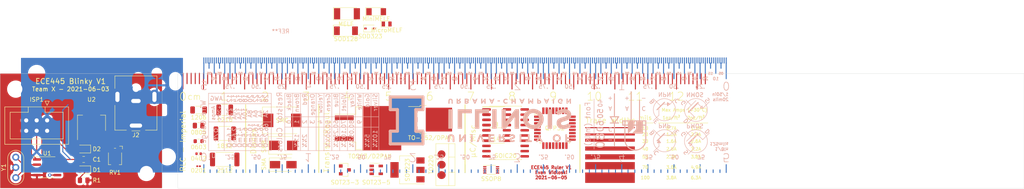
<source format=kicad_pcb>
(kicad_pcb (version 20171130) (host pcbnew 5.1.10)
  (layers (0 F.Cu signal) (31 B.Cu signal hide) (34 B.Paste user hide) (35 F.Paste user hide) (36 B.SilkS user hide) (37 F.SilkS user) (38 B.Mask user hide) (39 F.Mask user) (44 Edge.Cuts user))
  (net 0 "")
  (net 1 GND)
  (net 2 +5V)
  (net 3 /MOSI)
  (net 4 "Net-(D1-Pad1)")
  (net 5 "Net-(D2-Pad2)")
  (net 6 /~RST)
  (net 7 /SCK)
  (net 8 /MISO)
  (net 9 "Net-(J2-Pad1)")
  (net 10 "Net-(U1-Pad3)")
  (net 11 "Net-(U1-Pad2)")
  (net 12 "Net-(U3-Pad5)")
  (net 13 "Net-(U3-Pad3)")
  (net 14 "Net-(U3-Pad2)")
  (net 15 "Net-(U3-Pad1)")
  (net 16 "Net-(D3-Pad2)")
  (net 17 "Net-(D3-Pad1)")
  (net 18 "Net-(D4-Pad2)")
  (net 19 "Net-(D4-Pad1)")
  (net 20 "Net-(D5-Pad2)")
  (net 21 "Net-(D5-Pad1)")
  (net 22 "Net-(Q1-Pad2)")
  (net 23 "Net-(Q1-Pad3)")
  (net 24 "Net-(Q1-Pad1)")
  (net 25 "Net-(R2-Pad2)")
  (net 26 "Net-(R2-Pad1)")
  (net 27 "Net-(R3-Pad2)")
  (net 28 "Net-(R3-Pad1)")
  (net 29 "Net-(R4-Pad2)")
  (net 30 "Net-(R4-Pad1)")
  (net 31 "Net-(U3-Pad4)")
  (net 32 "Net-(U4-Pad3)")
  (net 33 "Net-(U4-Pad2)")
  (net 34 "Net-(U4-Pad1)")
  (net 35 "Net-(U5-Pad1)")
  (net 36 "Net-(U5-Pad3)")
  (net 37 "Net-(U5-Pad2)")
  (net 38 "Net-(U6-Pad20)")
  (net 39 "Net-(U6-Pad19)")
  (net 40 "Net-(U6-Pad18)")
  (net 41 "Net-(U6-Pad17)")
  (net 42 "Net-(U6-Pad16)")
  (net 43 "Net-(U6-Pad15)")
  (net 44 "Net-(U6-Pad14)")
  (net 45 "Net-(U6-Pad13)")
  (net 46 "Net-(U6-Pad12)")
  (net 47 "Net-(U6-Pad11)")
  (net 48 "Net-(U6-Pad10)")
  (net 49 "Net-(U6-Pad9)")
  (net 50 "Net-(U6-Pad8)")
  (net 51 "Net-(U6-Pad7)")
  (net 52 "Net-(U6-Pad6)")
  (net 53 "Net-(U6-Pad5)")
  (net 54 "Net-(U6-Pad4)")
  (net 55 "Net-(U6-Pad3)")
  (net 56 "Net-(U6-Pad2)")
  (net 57 "Net-(U6-Pad1)")
  (net 58 "Net-(U7-Pad3)")
  (net 59 "Net-(U7-Pad2)")
  (net 60 "Net-(U7-Pad1)")
  (net 61 "Net-(U8-Pad8)")
  (net 62 "Net-(U8-Pad7)")
  (net 63 "Net-(U8-Pad6)")
  (net 64 "Net-(U8-Pad5)")
  (net 65 "Net-(U8-Pad4)")
  (net 66 "Net-(U8-Pad3)")
  (net 67 "Net-(U8-Pad2)")
  (net 68 "Net-(U8-Pad1)")
  (net 69 "Net-(U9-Pad14)")
  (net 70 "Net-(U9-Pad13)")
  (net 71 "Net-(U9-Pad12)")
  (net 72 "Net-(U9-Pad11)")
  (net 73 "Net-(U9-Pad10)")
  (net 74 "Net-(U9-Pad9)")
  (net 75 "Net-(U9-Pad8)")
  (net 76 "Net-(U9-Pad7)")
  (net 77 "Net-(U9-Pad6)")
  (net 78 "Net-(U9-Pad5)")
  (net 79 "Net-(U9-Pad4)")
  (net 80 "Net-(U9-Pad3)")
  (net 81 "Net-(U9-Pad2)")
  (net 82 "Net-(U9-Pad1)")
  (net 83 "Net-(U10-Pad8)")
  (net 84 "Net-(U10-Pad7)")
  (net 85 "Net-(U10-Pad6)")
  (net 86 "Net-(U10-Pad5)")
  (net 87 "Net-(U10-Pad4)")
  (net 88 "Net-(U10-Pad3)")
  (net 89 "Net-(U10-Pad2)")
  (net 90 "Net-(U10-Pad1)")
  (net 91 "Net-(R8-Pad2)")
  (net 92 "Net-(R8-Pad1)")
  (net 93 "Net-(R9-Pad2)")
  (net 94 "Net-(R9-Pad1)")
  (net 95 "Net-(R10-Pad2)")
  (net 96 "Net-(R10-Pad1)")
  (net 97 "Net-(U11-Pad2)")
  (net 98 "Net-(U11-Pad3)")
  (net 99 "Net-(U11-Pad1)")
  (net 100 "Net-(U12-Pad32)")
  (net 101 "Net-(U12-Pad31)")
  (net 102 "Net-(U12-Pad30)")
  (net 103 "Net-(U12-Pad29)")
  (net 104 "Net-(U12-Pad28)")
  (net 105 "Net-(U12-Pad27)")
  (net 106 "Net-(U12-Pad26)")
  (net 107 "Net-(U12-Pad25)")
  (net 108 "Net-(U12-Pad24)")
  (net 109 "Net-(U12-Pad23)")
  (net 110 "Net-(U12-Pad22)")
  (net 111 "Net-(U12-Pad21)")
  (net 112 "Net-(U12-Pad20)")
  (net 113 "Net-(U12-Pad19)")
  (net 114 "Net-(U12-Pad18)")
  (net 115 "Net-(U12-Pad17)")
  (net 116 "Net-(U12-Pad16)")
  (net 117 "Net-(U12-Pad15)")
  (net 118 "Net-(U12-Pad14)")
  (net 119 "Net-(U12-Pad13)")
  (net 120 "Net-(U12-Pad12)")
  (net 121 "Net-(U12-Pad11)")
  (net 122 "Net-(U12-Pad10)")
  (net 123 "Net-(U12-Pad9)")
  (net 124 "Net-(U12-Pad8)")
  (net 125 "Net-(U12-Pad7)")
  (net 126 "Net-(U12-Pad4)")
  (net 127 "Net-(U12-Pad2)")
  (net 128 "Net-(U12-Pad1)")
  (net 129 "Net-(R13-Pad2)")
  (net 130 "Net-(R13-Pad1)")
  (net 131 "Net-(R14-Pad2)")
  (net 132 "Net-(R14-Pad1)")
  (net 133 "Net-(D6-Pad2)")
  (net 134 "Net-(D6-Pad1)")
  (net 135 "Net-(D7-Pad2)")
  (net 136 "Net-(D7-Pad1)")
  (net 137 "Net-(D8-Pad2)")
  (net 138 "Net-(D8-Pad1)")
  (net 139 "Net-(D9-Pad2)")
  (net 140 "Net-(D9-Pad1)")
  (net 141 "Net-(D10-Pad2)")
  (net 142 "Net-(D10-Pad1)")
  (module Diode_SMD:D_SOD-323 (layer F.Cu) (at 191.48 65.235)
    (fp_text reference D10 hide)
    (fp_text value SOD323 (at 0.1 1.9) (layer F.SilkS))
    (pad 2 smd rect (at 1.05 0) (size 0.6 0.45) (layers F.Cu F.Paste F.Mask) (net 141 "Net-(D10-Pad2)"))
    (pad 1 smd rect (at -1.05 0) (size 0.6 0.45) (layers F.Cu F.Paste F.Mask) (net 142 "Net-(D10-Pad1)"))
  )
  (module Diode_SMD:D_SOD-128 (layer F.Cu) (at 185.68 65.785)
    (fp_text reference D9 hide)
    (fp_text value SOD128 (at 0 2) (layer F.SilkS))
    (pad 2 smd rect (at 2.2 0) (size 1.4 2.1) (layers F.Cu F.Paste F.Mask) (net 139 "Net-(D9-Pad2)"))
    (pad 1 smd rect (at -2.2 0) (size 1.4 2.1) (layers F.Cu F.Paste F.Mask) (net 140 "Net-(D9-Pad1)"))
  )
  (module Diode_SMD:D_MiniMELF (layer F.Cu) (at 193.03 61.135)
    (fp_text reference D8 hide)
    (fp_text value MiniMELF (at 0 1.75) (layer F.SilkS))
    (pad 2 smd rect (at 1.75 0) (size 1.3 1.7) (layers F.Cu F.Paste F.Mask) (net 137 "Net-(D8-Pad2)"))
    (pad 1 smd rect (at -1.75 0) (size 1.3 1.7) (layers F.Cu F.Paste F.Mask) (net 138 "Net-(D8-Pad1)"))
  )
  (module Diode_SMD:D_MELF (layer F.Cu) (at 185.93 61.635)
    (fp_text reference D7 hide)
    (fp_text value MELF (at -0.25 2.5) (layer F.SilkS))
    (pad 2 smd rect (at 2.4 0) (size 1.5 2.7) (layers F.Cu F.Paste F.Mask) (net 135 "Net-(D7-Pad2)"))
    (pad 1 smd rect (at -2.4 0) (size 1.5 2.7) (layers F.Cu F.Paste F.Mask) (net 136 "Net-(D7-Pad1)"))
  )
  (module Diode_SMD:D_MicroMELF (layer F.Cu) (at 195.58 64.135)
    (fp_text reference D6 hide)
    (fp_text value MicroMELF (at 0 1.5) (layer F.SilkS))
    (pad 1 smd rect (at -0.8 0) (size 0.8 1.2) (layers F.Cu F.Paste F.Mask) (net 134 "Net-(D6-Pad1)"))
    (pad 2 smd rect (at 0.8 0) (size 0.8 1.2) (layers F.Cu F.Paste F.Mask) (net 133 "Net-(D6-Pad2)"))
  )
  (module ece445_pcb:awgcurrent (layer F.Cu) (at 160.528 86.106 270)
    (fp_text reference R11 hide)
    (fp_text value awgcurrent)
    (fp_text user 66.2mΩ (at 8.255 -5.715 90 unlocked) (layer B.SilkS) (effects (font (size 1.016 1.016)) (justify right mirror)))
    (fp_text user 26.2mΩ (at 8.255 -4.445 90 unlocked) (layer B.SilkS) (effects (font (size 1.016 1.016)) (justify right mirror)))
    (fp_text user 16.5mΩ (at 8.255 -3.175 90 unlocked) (layer B.SilkS) (effects (font (size 1.016 1.016)) (justify right mirror)))
    (fp_text user 10.4mΩ (at 8.255 -1.905 90 unlocked) (layer B.SilkS) (effects (font (size 1.016 1.016)) (justify right mirror)))
    (fp_text user 6.5mΩ (at 8.255 -0.635 90 unlocked) (layer B.SilkS) (effects (font (size 1.016 1.016)) (justify right mirror)))
    (fp_text user 4.1mΩ (at 8.255 0.635 90 unlocked) (layer B.SilkS) (effects (font (size 1.016 1.016)) (justify right mirror)))
    (fp_text user 2.6mΩ (at 8.255 1.905 90 unlocked) (layer B.SilkS) (effects (font (size 1.016 1.016)) (justify right mirror)))
    (fp_text user 1.6mΩ (at 8.255 3.175 90 unlocked) (layer B.SilkS) (effects (font (size 1.016 1.016)) (justify right mirror)))
    (fp_text user Ω/ft (at 5.08 6.35 90 unlocked) (layer B.SilkS) (effects (font (size 1.016 1.016)) (justify mirror)))
    (fp_text user 15A (at -0.08 0.695 90 unlocked) (layer B.SilkS) (effects (font (size 1.016 1.016)) (justify mirror)))
    (fp_text user 25A (at -0.08 3.235 90 unlocked) (layer B.SilkS) (effects (font (size 1.016 1.016)) (justify mirror)))
    (fp_text user 20A (at -0.08 1.965 90 unlocked) (layer B.SilkS) (effects (font (size 1.016 1.016)) (justify mirror)))
    (fp_text user 28 (at -3.81 -5.715 90 unlocked) (layer B.SilkS) (effects (font (size 1.016 1.016)) (justify mirror)))
    (fp_text user 24 (at -3.81 -4.445 90 unlocked) (layer B.SilkS) (effects (font (size 1.016 1.016)) (justify mirror)))
    (fp_text user 22 (at -3.81 -3.175 90 unlocked) (layer B.SilkS) (effects (font (size 1.016 1.016)) (justify mirror)))
    (fp_text user 10A (at -0.08 -0.575 90 unlocked) (layer B.SilkS) (effects (font (size 1.016 1.016)) (justify mirror)))
    (fp_text user 8A (at -0.08 -1.845 90 unlocked) (layer B.SilkS) (effects (font (size 1.016 1.016)) (justify mirror)))
    (fp_text user 6A (at -0.08 -3.115 90 unlocked) (layer B.SilkS) (effects (font (size 1.016 1.016)) (justify mirror)))
    (fp_text user 4A (at -0.08 -4.385 90 unlocked) (layer B.SilkS) (effects (font (size 1.016 1.016)) (justify mirror)))
    (fp_text user 2A (at -0.08 -5.655 90 unlocked) (layer B.SilkS) (effects (font (size 1.016 1.016)) (justify mirror)))
    (fp_text user +20°C (at -0.254 5.588 90 unlocked) (layer B.SilkS) (effects (font (size 0.762 0.762) (thickness 0.127)) (justify mirror)))
    (fp_text user Amps (at -0.254 7.112 90 unlocked) (layer B.SilkS) (effects (font (size 0.889 0.889)) (justify mirror)))
    (fp_text user AWG (at -3.81 6.35 unlocked) (layer B.SilkS) (effects (font (size 1.016 1.016)) (justify mirror)))
    (fp_text user "Wire Gauge" (at 1.905 9.525 90 unlocked) (layer B.SilkS) (effects (font (size 1.27 1.27)) (justify mirror)))
    (fp_text user 20 (at -3.81 -1.905 90 unlocked) (layer B.SilkS) (effects (font (size 1.016 1.016)) (justify mirror)))
    (fp_text user 18 (at -3.81 -0.635 90 unlocked) (layer B.SilkS) (effects (font (size 1.016 1.016)) (justify mirror)))
    (fp_text user 16 (at -3.81 0.635 90 unlocked) (layer B.SilkS) (effects (font (size 1.016 1.016)) (justify mirror)))
    (fp_text user 14 (at -3.81 1.905 90 unlocked) (layer B.SilkS) (effects (font (size 1.016 1.016)) (justify mirror)))
    (fp_text user 12 (at -3.81 3.175 90 unlocked) (layer B.SilkS) (effects (font (size 1.016 1.016)) (justify mirror)))
  )
  (module ece445_pcb:traceswidths (layer F.Cu) (at 243.84 102.87)
    (fp_text reference R7 hide)
    (fp_text value traceswidth)
    (fp_poly (pts (xy 12.065 -13.335) (xy 0 -13.335) (xy 0 -13.589) (xy 12.065 -13.589)) (layer F.Cu) (width 0))
    (fp_poly (pts (xy 12.065 -11.557) (xy 0 -11.557) (xy 0 -12.065) (xy 12.065 -12.065)) (layer F.Cu) (width 0))
    (fp_poly (pts (xy 12.065 -10.033) (xy 0 -10.033) (xy 0 -10.795) (xy 12.065 -10.795)) (layer F.Cu) (width 0))
    (fp_poly (pts (xy 12.065 -7.874) (xy 0 -7.874) (xy 0 -8.89) (xy 12.065 -8.89)) (layer F.Cu) (width 0))
    (fp_poly (pts (xy 12.065 -5.715) (xy 0 -5.715) (xy 0 -6.985) (xy 12.065 -6.985)) (layer F.Cu) (width 0))
    (fp_poly (pts (xy 12.065 -3.302) (xy 0 -3.302) (xy 0 -5.08) (xy 12.065 -5.08)) (layer F.Cu) (width 0))
    (fp_poly (pts (xy 12.065 0) (xy 0 0) (xy 0 -2.54) (xy 12.065 -2.54)) (layer F.Cu) (width 0))
    (fp_text user 6.3A (at 26.924 -1.27 unlocked) (layer F.SilkS) (effects (font (size 0.762 0.762))))
    (fp_text user 4.9A (at 26.924 -3.81 unlocked) (layer F.SilkS) (effects (font (size 0.762 0.762))))
    (fp_text user 3.8A (at 20.955 -1.27 unlocked) (layer F.SilkS) (effects (font (size 0.762 0.762))))
    (fp_text user 100 (at 14.605 -1.27 unlocked) (layer F.SilkS) (effects (font (size 0.762 0.762))))
    (fp_text user 3.0A (at 20.955 -3.81 unlocked) (layer F.SilkS) (effects (font (size 0.762 0.762))))
    (fp_text user 70 (at 14.605 -3.81 unlocked) (layer F.SilkS) (effects (font (size 0.762 0.762))))
    (fp_text user 3.8A (at 26.924 -6.35 unlocked) (layer F.SilkS) (effects (font (size 0.762 0.762))))
    (fp_text user 3.2A (at 26.924 -8.255 unlocked) (layer F.SilkS) (effects (font (size 0.762 0.762))))
    (fp_text user 2.6A (at 26.924 -10.16 unlocked) (layer F.SilkS) (effects (font (size 0.762 0.762))))
    (fp_text user 2.0A (at 26.924 -11.811 unlocked) (layer F.SilkS) (effects (font (size 0.762 0.762))))
    (fp_text user 1.2A (at 26.924 -13.335 unlocked) (layer F.SilkS) (effects (font (size 0.762 0.762))))
    (fp_text user 2.3A (at 20.955 -6.35 unlocked) (layer F.SilkS) (effects (font (size 0.762 0.762))))
    (fp_text user 2.0A (at 20.955 -8.255 unlocked) (layer F.SilkS) (effects (font (size 0.762 0.762))))
    (fp_text user 1.6A (at 20.955 -10.16 unlocked) (layer F.SilkS) (effects (font (size 0.762 0.762))))
    (fp_text user 1.2A (at 20.955 -11.811 unlocked) (layer F.SilkS) (effects (font (size 0.762 0.762))))
    (fp_text user 0.7A (at 20.955 -13.335 unlocked) (layer F.SilkS) (effects (font (size 0.762 0.762))))
    (fp_text user 2oz/ft² (at 26.924 -15.875 unlocked) (layer F.SilkS) (effects (font (size 0.762 0.762))))
    (fp_text user 1oz/ft² (at 20.955 -15.875 unlocked) (layer F.SilkS) (effects (font (size 0.762 0.762))))
    (fp_text user "Max Amps (+30°C)" (at 24.13 -17.78 unlocked) (layer F.SilkS) (effects (font (size 0.762 0.762))))
    (fp_text user mils (at 14.605 -15.875 unlocked) (layer F.SilkS) (effects (font (size 1.016 1.016))))
    (fp_text user "Trace Widths" (at 0 -15.24 unlocked) (layer F.SilkS) (effects (font (size 1.27 1.27)) (justify left)))
    (fp_text user 50 (at 14.605 -6.35 unlocked) (layer F.SilkS) (effects (font (size 0.762 0.762))))
    (fp_text user 40 (at 14.605 -8.255 unlocked) (layer F.SilkS) (effects (font (size 0.762 0.762))))
    (fp_text user 30 (at 14.605 -10.16 unlocked) (layer F.SilkS) (effects (font (size 0.762 0.762))))
    (fp_text user 20 (at 14.605 -11.811 unlocked) (layer F.SilkS) (effects (font (size 0.762 0.762))))
    (fp_text user 10 (at 14.605 -13.335 unlocked) (layer F.SilkS) (effects (font (size 0.762 0.762))))
  )
  (module ece445_pcb:rulercm (layer F.Cu) (at 146.05 104.14)
    (fp_text reference R6 hide)
    (fp_text value rulercm)
    (fp_line (start 1 -25.46) (end 1 -28) (layer F.Cu) (width 0.25))
    (fp_line (start 0 -24.19) (end 0 -28) (layer F.Cu) (width 0.25))
    (fp_line (start 2 -25.46) (end 2 -28) (layer F.Cu) (width 0.25))
    (fp_line (start 3 -25.46) (end 3 -28) (layer F.Cu) (width 0.25))
    (fp_line (start 4 -25.46) (end 4 -28) (layer F.Cu) (width 0.25))
    (fp_line (start 6 -25.46) (end 6 -28) (layer F.Cu) (width 0.25))
    (fp_line (start 7 -25.46) (end 7 -28) (layer F.Cu) (width 0.25))
    (fp_line (start 8 -25.46) (end 8 -28) (layer F.Cu) (width 0.25))
    (fp_line (start 9 -25.46) (end 9 -28) (layer F.Cu) (width 0.25))
    (fp_line (start 5 -24.19) (end 5 -28) (layer F.Cu) (width 0.25))
    (fp_line (start 15 -24.15) (end 15 -27.96) (layer F.Cu) (width 0.25))
    (fp_line (start 18 -25.42) (end 18 -27.96) (layer F.Cu) (width 0.25))
    (fp_line (start 19 -25.42) (end 19 -27.96) (layer F.Cu) (width 0.25))
    (fp_line (start 16 -25.42) (end 16 -27.96) (layer F.Cu) (width 0.25))
    (fp_line (start 17 -25.42) (end 17 -27.96) (layer F.Cu) (width 0.25))
    (fp_line (start 10 -24.15) (end 10 -27.96) (layer F.Cu) (width 0.25))
    (fp_line (start 14 -25.42) (end 14 -27.96) (layer F.Cu) (width 0.25))
    (fp_line (start 13 -25.42) (end 13 -27.96) (layer F.Cu) (width 0.25))
    (fp_line (start 12 -25.42) (end 12 -27.96) (layer F.Cu) (width 0.25))
    (fp_line (start 11 -25.42) (end 11 -27.96) (layer F.Cu) (width 0.25))
    (fp_line (start 25 -24.15) (end 25 -27.96) (layer F.Cu) (width 0.25))
    (fp_line (start 28 -25.42) (end 28 -27.96) (layer F.Cu) (width 0.25))
    (fp_line (start 29 -25.42) (end 29 -27.96) (layer F.Cu) (width 0.25))
    (fp_line (start 26 -25.42) (end 26 -27.96) (layer F.Cu) (width 0.25))
    (fp_line (start 27 -25.42) (end 27 -27.96) (layer F.Cu) (width 0.25))
    (fp_line (start 20 -24.15) (end 20 -27.96) (layer F.Cu) (width 0.25))
    (fp_line (start 24 -25.42) (end 24 -27.96) (layer F.Cu) (width 0.25))
    (fp_line (start 23 -25.42) (end 23 -27.96) (layer F.Cu) (width 0.25))
    (fp_line (start 22 -25.42) (end 22 -27.96) (layer F.Cu) (width 0.25))
    (fp_line (start 21 -25.42) (end 21 -27.96) (layer F.Cu) (width 0.25))
    (fp_line (start 35 -24.15) (end 35 -27.96) (layer F.Cu) (width 0.25))
    (fp_line (start 38 -25.42) (end 38 -27.96) (layer F.Cu) (width 0.25))
    (fp_line (start 39 -25.42) (end 39 -27.96) (layer F.Cu) (width 0.25))
    (fp_line (start 36 -25.42) (end 36 -27.96) (layer F.Cu) (width 0.25))
    (fp_line (start 37 -25.42) (end 37 -27.96) (layer F.Cu) (width 0.25))
    (fp_line (start 30 -24.15) (end 30 -27.96) (layer F.Cu) (width 0.25))
    (fp_line (start 34 -25.42) (end 34 -27.96) (layer F.Cu) (width 0.25))
    (fp_line (start 33 -25.42) (end 33 -27.96) (layer F.Cu) (width 0.25))
    (fp_line (start 32 -25.42) (end 32 -27.96) (layer F.Cu) (width 0.25))
    (fp_line (start 31 -25.42) (end 31 -27.96) (layer F.Cu) (width 0.25))
    (fp_line (start 45 -24.15) (end 45 -27.96) (layer F.Cu) (width 0.25))
    (fp_line (start 48 -25.42) (end 48 -27.96) (layer F.Cu) (width 0.25))
    (fp_line (start 49 -25.42) (end 49 -27.96) (layer F.Cu) (width 0.25))
    (fp_line (start 46 -25.42) (end 46 -27.96) (layer F.Cu) (width 0.25))
    (fp_line (start 47 -25.42) (end 47 -27.96) (layer F.Cu) (width 0.25))
    (fp_line (start 40 -24.15) (end 40 -27.96) (layer F.Cu) (width 0.25))
    (fp_line (start 44 -25.42) (end 44 -27.96) (layer F.Cu) (width 0.25))
    (fp_line (start 43 -25.42) (end 43 -27.96) (layer F.Cu) (width 0.25))
    (fp_line (start 42 -25.42) (end 42 -27.96) (layer F.Cu) (width 0.25))
    (fp_line (start 41 -25.42) (end 41 -27.96) (layer F.Cu) (width 0.25))
    (fp_line (start 55 -24.15) (end 55 -27.96) (layer F.Cu) (width 0.25))
    (fp_line (start 58 -25.42) (end 58 -27.96) (layer F.Cu) (width 0.25))
    (fp_line (start 59 -25.42) (end 59 -27.96) (layer F.Cu) (width 0.25))
    (fp_line (start 56 -25.42) (end 56 -27.96) (layer F.Cu) (width 0.25))
    (fp_line (start 57 -25.42) (end 57 -27.96) (layer F.Cu) (width 0.25))
    (fp_line (start 50 -24.15) (end 50 -27.96) (layer F.Cu) (width 0.25))
    (fp_line (start 54 -25.42) (end 54 -27.96) (layer F.Cu) (width 0.25))
    (fp_line (start 53 -25.42) (end 53 -27.96) (layer F.Cu) (width 0.25))
    (fp_line (start 52 -25.42) (end 52 -27.96) (layer F.Cu) (width 0.25))
    (fp_line (start 51 -25.42) (end 51 -27.96) (layer F.Cu) (width 0.25))
    (fp_line (start 65 -24.15) (end 65 -27.96) (layer F.Cu) (width 0.25))
    (fp_line (start 68 -25.42) (end 68 -27.96) (layer F.Cu) (width 0.25))
    (fp_line (start 69 -25.42) (end 69 -27.96) (layer F.Cu) (width 0.25))
    (fp_line (start 66 -25.42) (end 66 -27.96) (layer F.Cu) (width 0.25))
    (fp_line (start 67 -25.42) (end 67 -27.96) (layer F.Cu) (width 0.25))
    (fp_line (start 60 -24.15) (end 60 -27.96) (layer F.Cu) (width 0.25))
    (fp_line (start 64 -25.42) (end 64 -27.96) (layer F.Cu) (width 0.25))
    (fp_line (start 63 -25.42) (end 63 -27.96) (layer F.Cu) (width 0.25))
    (fp_line (start 62 -25.42) (end 62 -27.96) (layer F.Cu) (width 0.25))
    (fp_line (start 61 -25.42) (end 61 -27.96) (layer F.Cu) (width 0.25))
    (fp_line (start 75 -24.15) (end 75 -27.96) (layer F.Cu) (width 0.25))
    (fp_line (start 78 -25.42) (end 78 -27.96) (layer F.Cu) (width 0.25))
    (fp_line (start 79 -25.42) (end 79 -27.96) (layer F.Cu) (width 0.25))
    (fp_line (start 76 -25.42) (end 76 -27.96) (layer F.Cu) (width 0.25))
    (fp_line (start 77 -25.42) (end 77 -27.96) (layer F.Cu) (width 0.25))
    (fp_line (start 70 -24.15) (end 70 -27.96) (layer F.Cu) (width 0.25))
    (fp_line (start 74 -25.42) (end 74 -27.96) (layer F.Cu) (width 0.25))
    (fp_line (start 73 -25.42) (end 73 -27.96) (layer F.Cu) (width 0.25))
    (fp_line (start 72 -25.42) (end 72 -27.96) (layer F.Cu) (width 0.25))
    (fp_line (start 71 -25.42) (end 71 -27.96) (layer F.Cu) (width 0.25))
    (fp_line (start 85 -24.15) (end 85 -27.96) (layer F.Cu) (width 0.25))
    (fp_line (start 88 -25.42) (end 88 -27.96) (layer F.Cu) (width 0.25))
    (fp_line (start 89 -25.42) (end 89 -27.96) (layer F.Cu) (width 0.25))
    (fp_line (start 86 -25.42) (end 86 -27.96) (layer F.Cu) (width 0.25))
    (fp_line (start 87 -25.42) (end 87 -27.96) (layer F.Cu) (width 0.25))
    (fp_line (start 80 -24.15) (end 80 -27.96) (layer F.Cu) (width 0.25))
    (fp_line (start 84 -25.42) (end 84 -27.96) (layer F.Cu) (width 0.25))
    (fp_line (start 83 -25.42) (end 83 -27.96) (layer F.Cu) (width 0.25))
    (fp_line (start 82 -25.42) (end 82 -27.96) (layer F.Cu) (width 0.25))
    (fp_line (start 81 -25.42) (end 81 -27.96) (layer F.Cu) (width 0.25))
    (fp_line (start 95 -24.15) (end 95 -27.96) (layer F.Cu) (width 0.25))
    (fp_line (start 98 -25.42) (end 98 -27.96) (layer F.Cu) (width 0.25))
    (fp_line (start 99 -25.42) (end 99 -27.96) (layer F.Cu) (width 0.25))
    (fp_line (start 96 -25.42) (end 96 -27.96) (layer F.Cu) (width 0.25))
    (fp_line (start 97 -25.42) (end 97 -27.96) (layer F.Cu) (width 0.25))
    (fp_line (start 90 -24.15) (end 90 -27.96) (layer F.Cu) (width 0.25))
    (fp_line (start 94 -25.42) (end 94 -27.96) (layer F.Cu) (width 0.25))
    (fp_line (start 93 -25.42) (end 93 -27.96) (layer F.Cu) (width 0.25))
    (fp_line (start 92 -25.42) (end 92 -27.96) (layer F.Cu) (width 0.25))
    (fp_line (start 91 -25.42) (end 91 -27.96) (layer F.Cu) (width 0.25))
    (fp_line (start 105 -24.15) (end 105 -27.96) (layer F.Cu) (width 0.25))
    (fp_line (start 108 -25.42) (end 108 -27.96) (layer F.Cu) (width 0.25))
    (fp_line (start 109 -25.42) (end 109 -27.96) (layer F.Cu) (width 0.25))
    (fp_line (start 106 -25.42) (end 106 -27.96) (layer F.Cu) (width 0.25))
    (fp_line (start 107 -25.42) (end 107 -27.96) (layer F.Cu) (width 0.25))
    (fp_line (start 100 -24.15) (end 100 -27.96) (layer F.Cu) (width 0.25))
    (fp_line (start 104 -25.42) (end 104 -27.96) (layer F.Cu) (width 0.25))
    (fp_line (start 103 -25.42) (end 103 -27.96) (layer F.Cu) (width 0.25))
    (fp_line (start 102 -25.42) (end 102 -27.96) (layer F.Cu) (width 0.25))
    (fp_line (start 101 -25.42) (end 101 -27.96) (layer F.Cu) (width 0.25))
    (fp_line (start 115 -24.15) (end 115 -27.96) (layer F.Cu) (width 0.25))
    (fp_line (start 118 -25.42) (end 118 -27.96) (layer F.Cu) (width 0.25))
    (fp_line (start 119 -25.42) (end 119 -27.96) (layer F.Cu) (width 0.25))
    (fp_line (start 116 -25.42) (end 116 -27.96) (layer F.Cu) (width 0.25))
    (fp_line (start 117 -25.42) (end 117 -27.96) (layer F.Cu) (width 0.25))
    (fp_line (start 110 -24.15) (end 110 -27.96) (layer F.Cu) (width 0.25))
    (fp_line (start 114 -25.42) (end 114 -27.96) (layer F.Cu) (width 0.25))
    (fp_line (start 113 -25.42) (end 113 -27.96) (layer F.Cu) (width 0.25))
    (fp_line (start 112 -25.42) (end 112 -27.96) (layer F.Cu) (width 0.25))
    (fp_line (start 111 -25.42) (end 111 -27.96) (layer F.Cu) (width 0.25))
    (fp_line (start 125 -24.15) (end 125 -27.96) (layer F.Cu) (width 0.25))
    (fp_line (start 126 -25.42) (end 126 -27.96) (layer F.Cu) (width 0.25))
    (fp_line (start 127 -25.42) (end 127 -27.96) (layer F.Cu) (width 0.25))
    (fp_line (start 120 -24.15) (end 120 -27.96) (layer F.Cu) (width 0.25))
    (fp_line (start 124 -25.42) (end 124 -27.96) (layer F.Cu) (width 0.25))
    (fp_line (start 123 -25.42) (end 123 -27.96) (layer F.Cu) (width 0.25))
    (fp_line (start 122 -25.42) (end 122 -27.96) (layer F.Cu) (width 0.25))
    (fp_line (start 121 -25.42) (end 121 -27.96) (layer F.Cu) (width 0.25))
    (fp_text user cm (at 1 -22.285 unlocked) (layer F.SilkS) (effects (font (size 1.5 1.5)) (justify left)))
    (fp_text user 12 (at 120 -22.345 unlocked) (layer F.SilkS) (effects (font (size 2 2))))
    (fp_text user 11 (at 110 -22.345 unlocked) (layer F.SilkS) (effects (font (size 2 2))))
    (fp_text user 10 (at 100 -22.345 unlocked) (layer F.SilkS) (effects (font (size 2 2))))
    (fp_text user 9 (at 90 -22.345 unlocked) (layer F.SilkS) (effects (font (size 2 2))))
    (fp_text user 8 (at 80 -22.345 unlocked) (layer F.SilkS) (effects (font (size 2 2))))
    (fp_text user 7 (at 70 -22.345 unlocked) (layer F.SilkS) (effects (font (size 2 2))))
    (fp_text user 6 (at 60 -22.345 unlocked) (layer F.SilkS) (effects (font (size 2 2))))
    (fp_text user 5 (at 50 -22.345 unlocked) (layer F.SilkS) (effects (font (size 2 2))))
    (fp_text user 4 (at 40 -22.345 unlocked) (layer F.SilkS) (effects (font (size 2 2))))
    (fp_text user 3 (at 30 -22.345 unlocked) (layer F.SilkS) (effects (font (size 2 2))))
    (fp_text user 2 (at 20 -22.345 unlocked) (layer F.SilkS) (effects (font (size 2 2))))
    (fp_text user 1 (at 10 -22.345 unlocked) (layer F.SilkS) (effects (font (size 2 2))))
    (fp_text user 0 (at 0 -22.285 unlocked) (layer F.SilkS) (effects (font (size 2 2))))
  )
  (module ece445_pcb:rulerinches (layer F.Cu) (at 151.13 100.33)
    (fp_text reference R5 hide)
    (fp_text value rulerinches)
    (fp_line (start 23.368 -27.94) (end 23.368 -26.67) (layer B.Cu) (width 0.25))
    (fp_line (start 3.048 -27.94) (end 3.048 -26.67) (layer B.Cu) (width 0.25))
    (fp_line (start 22.86 -27.94) (end 22.86 -26.67) (layer B.Cu) (width 0.25))
    (fp_line (start 0 -27.94) (end 0 -26.67) (layer B.Cu) (width 0.25))
    (fp_line (start 0 -22.86) (end 0 -26.67) (layer B.Cu) (width 0.25))
    (fp_line (start 1.27 -25.4) (end 1.27 -26.67) (layer B.Cu) (width 0.25))
    (fp_line (start 9.652 -27.94) (end 9.652 -26.67) (layer B.Cu) (width 0.25))
    (fp_line (start 24.384 -27.94) (end 24.384 -26.67) (layer B.Cu) (width 0.25))
    (fp_line (start 18.288 -27.94) (end 18.288 -26.67) (layer B.Cu) (width 0.25))
    (fp_line (start 14.224 -27.94) (end 14.224 -26.67) (layer B.Cu) (width 0.25))
    (fp_line (start 21.59 -25.4) (end 21.59 -26.67) (layer B.Cu) (width 0.25))
    (fp_line (start 12.7 -27.94) (end 12.7 -26.67) (layer B.Cu) (width 0.25))
    (fp_line (start 8.89 -25.4) (end 8.89 -26.67) (layer B.Cu) (width 0.25))
    (fp_line (start 1.524 -27.94) (end 1.524 -26.67) (layer B.Cu) (width 0.25))
    (fp_line (start 2.032 -27.94) (end 2.032 -26.67) (layer B.Cu) (width 0.25))
    (fp_line (start 0.508 -27.94) (end 0.508 -26.67) (layer B.Cu) (width 0.25))
    (fp_line (start 8.128 -27.94) (end 8.128 -26.67) (layer B.Cu) (width 0.25))
    (fp_line (start 15.24 -27.94) (end 15.24 -26.67) (layer B.Cu) (width 0.25))
    (fp_line (start 5.08 -27.94) (end 5.08 -26.67) (layer B.Cu) (width 0.25))
    (fp_line (start 4.572 -27.94) (end 4.572 -26.67) (layer B.Cu) (width 0.25))
    (fp_line (start 13.716 -27.94) (end 13.716 -26.67) (layer B.Cu) (width 0.25))
    (fp_line (start 20.828 -27.94) (end 20.828 -26.67) (layer B.Cu) (width 0.25))
    (fp_line (start 4.064 -27.94) (end 4.064 -26.67) (layer B.Cu) (width 0.25))
    (fp_line (start 7.62 -27.94) (end 7.62 -26.67) (layer B.Cu) (width 0.25))
    (fp_line (start 5.588 -27.94) (end 5.588 -26.67) (layer B.Cu) (width 0.25))
    (fp_line (start 13.208 -27.94) (end 13.208 -26.67) (layer B.Cu) (width 0.25))
    (fp_line (start 16.256 -27.94) (end 16.256 -26.67) (layer B.Cu) (width 0.25))
    (fp_line (start 5.08 -24.13) (end 5.08 -26.67) (layer B.Cu) (width 0.25))
    (fp_line (start 21.844 -27.94) (end 21.844 -26.67) (layer B.Cu) (width 0.25))
    (fp_line (start 3.81 -25.4) (end 3.81 -26.67) (layer B.Cu) (width 0.25))
    (fp_line (start 11.43 -25.4) (end 11.43 -26.67) (layer B.Cu) (width 0.25))
    (fp_line (start 14.732 -27.94) (end 14.732 -26.67) (layer B.Cu) (width 0.25))
    (fp_line (start 10.668 -27.94) (end 10.668 -26.67) (layer B.Cu) (width 0.25))
    (fp_line (start 15.24 -24.13) (end 15.24 -26.67) (layer B.Cu) (width 0.25))
    (fp_line (start 11.684 -27.94) (end 11.684 -26.67) (layer B.Cu) (width 0.25))
    (fp_line (start 19.304 -27.94) (end 19.304 -26.67) (layer B.Cu) (width 0.25))
    (fp_line (start 11.176 -27.94) (end 11.176 -26.67) (layer B.Cu) (width 0.25))
    (fp_line (start 10.16 -27.94) (end 10.16 -26.67) (layer B.Cu) (width 0.25))
    (fp_line (start 19.812 -27.94) (end 19.812 -26.67) (layer B.Cu) (width 0.25))
    (fp_line (start 24.13 -25.4) (end 24.13 -26.67) (layer B.Cu) (width 0.25))
    (fp_line (start 9.144 -27.94) (end 9.144 -26.67) (layer B.Cu) (width 0.25))
    (fp_line (start 21.336 -27.94) (end 21.336 -26.67) (layer B.Cu) (width 0.25))
    (fp_line (start 6.096 -27.94) (end 6.096 -26.67) (layer B.Cu) (width 0.25))
    (fp_line (start 2.54 -27.94) (end 2.54 -26.67) (layer B.Cu) (width 0.25))
    (fp_line (start 1.016 -27.94) (end 1.016 -26.67) (layer B.Cu) (width 0.25))
    (fp_line (start 17.78 -27.94) (end 17.78 -26.67) (layer B.Cu) (width 0.25))
    (fp_line (start 10.16 -24.13) (end 10.16 -26.67) (layer B.Cu) (width 0.25))
    (fp_line (start 22.86 -24.13) (end 22.86 -26.67) (layer B.Cu) (width 0.25))
    (fp_line (start 8.636 -27.94) (end 8.636 -26.67) (layer B.Cu) (width 0.25))
    (fp_line (start 3.556 -27.94) (end 3.556 -26.67) (layer B.Cu) (width 0.25))
    (fp_line (start 17.272 -27.94) (end 17.272 -26.67) (layer B.Cu) (width 0.25))
    (fp_line (start 13.97 -25.4) (end 13.97 -26.67) (layer B.Cu) (width 0.25))
    (fp_line (start 7.62 -24.13) (end 7.62 -26.67) (layer B.Cu) (width 0.25))
    (fp_line (start 12.7 -22.86) (end 12.7 -26.67) (layer B.Cu) (width 0.25))
    (fp_line (start 12.192 -27.94) (end 12.192 -26.67) (layer B.Cu) (width 0.25))
    (fp_line (start 20.32 -24.13) (end 20.32 -26.67) (layer B.Cu) (width 0.25))
    (fp_line (start 7.112 -27.94) (end 7.112 -26.67) (layer B.Cu) (width 0.25))
    (fp_line (start 6.35 -22.86) (end 6.35 -26.67) (layer B.Cu) (width 0.25))
    (fp_line (start 22.352 -27.94) (end 22.352 -26.67) (layer B.Cu) (width 0.25))
    (fp_line (start 6.604 -27.94) (end 6.604 -26.67) (layer B.Cu) (width 0.25))
    (fp_line (start 18.796 -27.94) (end 18.796 -26.67) (layer B.Cu) (width 0.25))
    (fp_line (start 15.748 -27.94) (end 15.748 -26.67) (layer B.Cu) (width 0.25))
    (fp_line (start 23.876 -27.94) (end 23.876 -26.67) (layer B.Cu) (width 0.25))
    (fp_line (start 17.78 -24.13) (end 17.78 -26.67) (layer B.Cu) (width 0.25))
    (fp_line (start 19.05 -22.86) (end 19.05 -26.67) (layer B.Cu) (width 0.25))
    (fp_line (start 2.54 -24.13) (end 2.54 -26.67) (layer B.Cu) (width 0.25))
    (fp_line (start 16.51 -25.4) (end 16.51 -26.67) (layer B.Cu) (width 0.25))
    (fp_line (start 20.32 -27.94) (end 20.32 -26.67) (layer B.Cu) (width 0.25))
    (fp_line (start 16.764 -27.94) (end 16.764 -26.67) (layer B.Cu) (width 0.25))
    (fp_line (start 24.892 -27.94) (end 24.892 -26.67) (layer B.Cu) (width 0.25))
    (fp_line (start 1.524 -0.635) (end 1.524 0) (layer B.Cu) (width 0.25))
    (fp_line (start 4.826 -0.635) (end 4.826 0) (layer B.Cu) (width 0.25))
    (fp_line (start 25.4 -27.94) (end 25.4 -26.67) (layer B.Cu) (width 0.25))
    (fp_line (start 25.4 -22.86) (end 25.4 -26.67) (layer B.Cu) (width 0.25))
    (fp_line (start 29.464 -27.94) (end 29.464 -26.67) (layer B.Cu) (width 0.25))
    (fp_line (start 33.02 -27.94) (end 33.02 -26.67) (layer B.Cu) (width 0.25))
    (fp_line (start 30.988 -27.94) (end 30.988 -26.67) (layer B.Cu) (width 0.25))
    (fp_line (start 33.02 -24.13) (end 33.02 -26.67) (layer B.Cu) (width 0.25))
    (fp_line (start 38.1 -22.86) (end 38.1 -26.67) (layer B.Cu) (width 0.25))
    (fp_line (start 37.592 -27.94) (end 37.592 -26.67) (layer B.Cu) (width 0.25))
    (fp_line (start 28.956 -27.94) (end 28.956 -26.67) (layer B.Cu) (width 0.25))
    (fp_line (start 42.672 -27.94) (end 42.672 -26.67) (layer B.Cu) (width 0.25))
    (fp_line (start 39.37 -25.4) (end 39.37 -26.67) (layer B.Cu) (width 0.25))
    (fp_line (start 40.132 -27.94) (end 40.132 -26.67) (layer B.Cu) (width 0.25))
    (fp_line (start 36.068 -27.94) (end 36.068 -26.67) (layer B.Cu) (width 0.25))
    (fp_line (start 40.64 -24.13) (end 40.64 -26.67) (layer B.Cu) (width 0.25))
    (fp_line (start 45.72 -24.13) (end 45.72 -26.67) (layer B.Cu) (width 0.25))
    (fp_line (start 32.512 -27.94) (end 32.512 -26.67) (layer B.Cu) (width 0.25))
    (fp_line (start 50.8 -22.86) (end 50.8 -26.67) (layer B.Cu) (width 0.25))
    (fp_line (start 47.752 -27.94) (end 47.752 -26.67) (layer B.Cu) (width 0.25))
    (fp_line (start 32.004 -27.94) (end 32.004 -26.67) (layer B.Cu) (width 0.25))
    (fp_line (start 44.196 -27.94) (end 44.196 -26.67) (layer B.Cu) (width 0.25))
    (fp_line (start 35.56 -24.13) (end 35.56 -26.67) (layer B.Cu) (width 0.25))
    (fp_line (start 48.26 -24.13) (end 48.26 -26.67) (layer B.Cu) (width 0.25))
    (fp_line (start 34.036 -27.94) (end 34.036 -26.67) (layer B.Cu) (width 0.25))
    (fp_line (start 26.924 -27.94) (end 26.924 -26.67) (layer B.Cu) (width 0.25))
    (fp_line (start 27.432 -27.94) (end 27.432 -26.67) (layer B.Cu) (width 0.25))
    (fp_line (start 25.908 -27.94) (end 25.908 -26.67) (layer B.Cu) (width 0.25))
    (fp_line (start 29.972 -27.94) (end 29.972 -26.67) (layer B.Cu) (width 0.25))
    (fp_line (start 39.116 -27.94) (end 39.116 -26.67) (layer B.Cu) (width 0.25))
    (fp_line (start 46.228 -27.94) (end 46.228 -26.67) (layer B.Cu) (width 0.25))
    (fp_line (start 34.544 -27.94) (end 34.544 -26.67) (layer B.Cu) (width 0.25))
    (fp_line (start 46.736 -27.94) (end 46.736 -26.67) (layer B.Cu) (width 0.25))
    (fp_line (start 31.496 -27.94) (end 31.496 -26.67) (layer B.Cu) (width 0.25))
    (fp_line (start 27.94 -27.94) (end 27.94 -26.67) (layer B.Cu) (width 0.25))
    (fp_line (start 26.416 -27.94) (end 26.416 -26.67) (layer B.Cu) (width 0.25))
    (fp_line (start 43.18 -27.94) (end 43.18 -26.67) (layer B.Cu) (width 0.25))
    (fp_line (start 41.148 -27.94) (end 41.148 -26.67) (layer B.Cu) (width 0.25))
    (fp_line (start 49.276 -27.94) (end 49.276 -26.67) (layer B.Cu) (width 0.25))
    (fp_line (start 43.18 -24.13) (end 43.18 -26.67) (layer B.Cu) (width 0.25))
    (fp_line (start 44.45 -22.86) (end 44.45 -26.67) (layer B.Cu) (width 0.25))
    (fp_line (start 27.94 -24.13) (end 27.94 -26.67) (layer B.Cu) (width 0.25))
    (fp_line (start 41.91 -25.4) (end 41.91 -26.67) (layer B.Cu) (width 0.25))
    (fp_line (start 48.768 -27.94) (end 48.768 -26.67) (layer B.Cu) (width 0.25))
    (fp_line (start 28.448 -27.94) (end 28.448 -26.67) (layer B.Cu) (width 0.25))
    (fp_line (start 48.26 -27.94) (end 48.26 -26.67) (layer B.Cu) (width 0.25))
    (fp_line (start 49.784 -27.94) (end 49.784 -26.67) (layer B.Cu) (width 0.25))
    (fp_line (start 43.688 -27.94) (end 43.688 -26.67) (layer B.Cu) (width 0.25))
    (fp_line (start 39.624 -27.94) (end 39.624 -26.67) (layer B.Cu) (width 0.25))
    (fp_line (start 46.99 -25.4) (end 46.99 -26.67) (layer B.Cu) (width 0.25))
    (fp_line (start 38.1 -27.94) (end 38.1 -26.67) (layer B.Cu) (width 0.25))
    (fp_line (start 34.29 -25.4) (end 34.29 -26.67) (layer B.Cu) (width 0.25))
    (fp_line (start 33.528 -27.94) (end 33.528 -26.67) (layer B.Cu) (width 0.25))
    (fp_line (start 40.64 -27.94) (end 40.64 -26.67) (layer B.Cu) (width 0.25))
    (fp_line (start 30.48 -27.94) (end 30.48 -26.67) (layer B.Cu) (width 0.25))
    (fp_line (start 35.56 -27.94) (end 35.56 -26.67) (layer B.Cu) (width 0.25))
    (fp_line (start 45.212 -27.94) (end 45.212 -26.67) (layer B.Cu) (width 0.25))
    (fp_line (start 49.53 -25.4) (end 49.53 -26.67) (layer B.Cu) (width 0.25))
    (fp_line (start 45.72 -27.94) (end 45.72 -26.67) (layer B.Cu) (width 0.25))
    (fp_line (start 42.164 -27.94) (end 42.164 -26.67) (layer B.Cu) (width 0.25))
    (fp_line (start 50.292 -27.94) (end 50.292 -26.67) (layer B.Cu) (width 0.25))
    (fp_line (start 47.244 -27.94) (end 47.244 -26.67) (layer B.Cu) (width 0.25))
    (fp_line (start 29.21 -25.4) (end 29.21 -26.67) (layer B.Cu) (width 0.25))
    (fp_line (start 36.83 -25.4) (end 36.83 -26.67) (layer B.Cu) (width 0.25))
    (fp_line (start 38.608 -27.94) (end 38.608 -26.67) (layer B.Cu) (width 0.25))
    (fp_line (start 41.656 -27.94) (end 41.656 -26.67) (layer B.Cu) (width 0.25))
    (fp_line (start 30.48 -24.13) (end 30.48 -26.67) (layer B.Cu) (width 0.25))
    (fp_line (start 26.67 -25.4) (end 26.67 -26.67) (layer B.Cu) (width 0.25))
    (fp_line (start 35.052 -27.94) (end 35.052 -26.67) (layer B.Cu) (width 0.25))
    (fp_line (start 50.8 -27.94) (end 50.8 -26.67) (layer B.Cu) (width 0.25))
    (fp_line (start 37.084 -27.94) (end 37.084 -26.67) (layer B.Cu) (width 0.25))
    (fp_line (start 44.704 -27.94) (end 44.704 -26.67) (layer B.Cu) (width 0.25))
    (fp_line (start 36.576 -27.94) (end 36.576 -26.67) (layer B.Cu) (width 0.25))
    (fp_line (start 31.75 -22.86) (end 31.75 -26.67) (layer B.Cu) (width 0.25))
    (fp_line (start 54.864 -27.94) (end 54.864 -26.67) (layer B.Cu) (width 0.25))
    (fp_line (start 58.42 -27.94) (end 58.42 -26.67) (layer B.Cu) (width 0.25))
    (fp_line (start 56.388 -27.94) (end 56.388 -26.67) (layer B.Cu) (width 0.25))
    (fp_line (start 58.42 -24.13) (end 58.42 -26.67) (layer B.Cu) (width 0.25))
    (fp_line (start 63.5 -22.86) (end 63.5 -26.67) (layer B.Cu) (width 0.25))
    (fp_line (start 62.992 -27.94) (end 62.992 -26.67) (layer B.Cu) (width 0.25))
    (fp_line (start 54.356 -27.94) (end 54.356 -26.67) (layer B.Cu) (width 0.25))
    (fp_line (start 68.072 -27.94) (end 68.072 -26.67) (layer B.Cu) (width 0.25))
    (fp_line (start 64.77 -25.4) (end 64.77 -26.67) (layer B.Cu) (width 0.25))
    (fp_line (start 65.532 -27.94) (end 65.532 -26.67) (layer B.Cu) (width 0.25))
    (fp_line (start 61.468 -27.94) (end 61.468 -26.67) (layer B.Cu) (width 0.25))
    (fp_line (start 66.04 -24.13) (end 66.04 -26.67) (layer B.Cu) (width 0.25))
    (fp_line (start 71.12 -24.13) (end 71.12 -26.67) (layer B.Cu) (width 0.25))
    (fp_line (start 57.912 -27.94) (end 57.912 -26.67) (layer B.Cu) (width 0.25))
    (fp_line (start 76.2 -22.86) (end 76.2 -26.67) (layer B.Cu) (width 0.25))
    (fp_line (start 73.152 -27.94) (end 73.152 -26.67) (layer B.Cu) (width 0.25))
    (fp_line (start 57.404 -27.94) (end 57.404 -26.67) (layer B.Cu) (width 0.25))
    (fp_line (start 69.596 -27.94) (end 69.596 -26.67) (layer B.Cu) (width 0.25))
    (fp_line (start 60.96 -24.13) (end 60.96 -26.67) (layer B.Cu) (width 0.25))
    (fp_line (start 73.66 -24.13) (end 73.66 -26.67) (layer B.Cu) (width 0.25))
    (fp_line (start 59.436 -27.94) (end 59.436 -26.67) (layer B.Cu) (width 0.25))
    (fp_line (start 52.324 -27.94) (end 52.324 -26.67) (layer B.Cu) (width 0.25))
    (fp_line (start 52.832 -27.94) (end 52.832 -26.67) (layer B.Cu) (width 0.25))
    (fp_line (start 51.308 -27.94) (end 51.308 -26.67) (layer B.Cu) (width 0.25))
    (fp_line (start 55.372 -27.94) (end 55.372 -26.67) (layer B.Cu) (width 0.25))
    (fp_line (start 64.516 -27.94) (end 64.516 -26.67) (layer B.Cu) (width 0.25))
    (fp_line (start 71.628 -27.94) (end 71.628 -26.67) (layer B.Cu) (width 0.25))
    (fp_line (start 59.944 -27.94) (end 59.944 -26.67) (layer B.Cu) (width 0.25))
    (fp_line (start 72.136 -27.94) (end 72.136 -26.67) (layer B.Cu) (width 0.25))
    (fp_line (start 56.896 -27.94) (end 56.896 -26.67) (layer B.Cu) (width 0.25))
    (fp_line (start 53.34 -27.94) (end 53.34 -26.67) (layer B.Cu) (width 0.25))
    (fp_line (start 51.816 -27.94) (end 51.816 -26.67) (layer B.Cu) (width 0.25))
    (fp_line (start 68.58 -27.94) (end 68.58 -26.67) (layer B.Cu) (width 0.25))
    (fp_line (start 66.548 -27.94) (end 66.548 -26.67) (layer B.Cu) (width 0.25))
    (fp_line (start 74.676 -27.94) (end 74.676 -26.67) (layer B.Cu) (width 0.25))
    (fp_line (start 68.58 -24.13) (end 68.58 -26.67) (layer B.Cu) (width 0.25))
    (fp_line (start 69.85 -22.86) (end 69.85 -26.67) (layer B.Cu) (width 0.25))
    (fp_line (start 53.34 -24.13) (end 53.34 -26.67) (layer B.Cu) (width 0.25))
    (fp_line (start 67.31 -25.4) (end 67.31 -26.67) (layer B.Cu) (width 0.25))
    (fp_line (start 74.168 -27.94) (end 74.168 -26.67) (layer B.Cu) (width 0.25))
    (fp_line (start 53.848 -27.94) (end 53.848 -26.67) (layer B.Cu) (width 0.25))
    (fp_line (start 73.66 -27.94) (end 73.66 -26.67) (layer B.Cu) (width 0.25))
    (fp_line (start 75.184 -27.94) (end 75.184 -26.67) (layer B.Cu) (width 0.25))
    (fp_line (start 69.088 -27.94) (end 69.088 -26.67) (layer B.Cu) (width 0.25))
    (fp_line (start 65.024 -27.94) (end 65.024 -26.67) (layer B.Cu) (width 0.25))
    (fp_line (start 72.39 -25.4) (end 72.39 -26.67) (layer B.Cu) (width 0.25))
    (fp_line (start 63.5 -27.94) (end 63.5 -26.67) (layer B.Cu) (width 0.25))
    (fp_line (start 59.69 -25.4) (end 59.69 -26.67) (layer B.Cu) (width 0.25))
    (fp_line (start 58.928 -27.94) (end 58.928 -26.67) (layer B.Cu) (width 0.25))
    (fp_line (start 66.04 -27.94) (end 66.04 -26.67) (layer B.Cu) (width 0.25))
    (fp_line (start 55.88 -27.94) (end 55.88 -26.67) (layer B.Cu) (width 0.25))
    (fp_line (start 60.96 -27.94) (end 60.96 -26.67) (layer B.Cu) (width 0.25))
    (fp_line (start 70.612 -27.94) (end 70.612 -26.67) (layer B.Cu) (width 0.25))
    (fp_line (start 74.93 -25.4) (end 74.93 -26.67) (layer B.Cu) (width 0.25))
    (fp_line (start 71.12 -27.94) (end 71.12 -26.67) (layer B.Cu) (width 0.25))
    (fp_line (start 67.564 -27.94) (end 67.564 -26.67) (layer B.Cu) (width 0.25))
    (fp_line (start 75.692 -27.94) (end 75.692 -26.67) (layer B.Cu) (width 0.25))
    (fp_line (start 72.644 -27.94) (end 72.644 -26.67) (layer B.Cu) (width 0.25))
    (fp_line (start 54.61 -25.4) (end 54.61 -26.67) (layer B.Cu) (width 0.25))
    (fp_line (start 62.23 -25.4) (end 62.23 -26.67) (layer B.Cu) (width 0.25))
    (fp_line (start 64.008 -27.94) (end 64.008 -26.67) (layer B.Cu) (width 0.25))
    (fp_line (start 67.056 -27.94) (end 67.056 -26.67) (layer B.Cu) (width 0.25))
    (fp_line (start 55.88 -24.13) (end 55.88 -26.67) (layer B.Cu) (width 0.25))
    (fp_line (start 52.07 -25.4) (end 52.07 -26.67) (layer B.Cu) (width 0.25))
    (fp_line (start 60.452 -27.94) (end 60.452 -26.67) (layer B.Cu) (width 0.25))
    (fp_line (start 76.2 -27.94) (end 76.2 -26.67) (layer B.Cu) (width 0.25))
    (fp_line (start 62.484 -27.94) (end 62.484 -26.67) (layer B.Cu) (width 0.25))
    (fp_line (start 70.104 -27.94) (end 70.104 -26.67) (layer B.Cu) (width 0.25))
    (fp_line (start 61.976 -27.94) (end 61.976 -26.67) (layer B.Cu) (width 0.25))
    (fp_line (start 57.15 -22.86) (end 57.15 -26.67) (layer B.Cu) (width 0.25))
    (fp_line (start 80.264 -27.94) (end 80.264 -26.67) (layer B.Cu) (width 0.25))
    (fp_line (start 83.82 -27.94) (end 83.82 -26.67) (layer B.Cu) (width 0.25))
    (fp_line (start 81.788 -27.94) (end 81.788 -26.67) (layer B.Cu) (width 0.25))
    (fp_line (start 83.82 -24.13) (end 83.82 -26.67) (layer B.Cu) (width 0.25))
    (fp_line (start 88.9 -22.86) (end 88.9 -26.67) (layer B.Cu) (width 0.25))
    (fp_line (start 88.392 -27.94) (end 88.392 -26.67) (layer B.Cu) (width 0.25))
    (fp_line (start 79.756 -27.94) (end 79.756 -26.67) (layer B.Cu) (width 0.25))
    (fp_line (start 93.472 -27.94) (end 93.472 -26.67) (layer B.Cu) (width 0.25))
    (fp_line (start 90.17 -25.4) (end 90.17 -26.67) (layer B.Cu) (width 0.25))
    (fp_line (start 90.932 -27.94) (end 90.932 -26.67) (layer B.Cu) (width 0.25))
    (fp_line (start 86.868 -27.94) (end 86.868 -26.67) (layer B.Cu) (width 0.25))
    (fp_line (start 91.44 -24.13) (end 91.44 -26.67) (layer B.Cu) (width 0.25))
    (fp_line (start 96.52 -24.13) (end 96.52 -26.67) (layer B.Cu) (width 0.25))
    (fp_line (start 83.312 -27.94) (end 83.312 -26.67) (layer B.Cu) (width 0.25))
    (fp_line (start 101.6 -22.86) (end 101.6 -26.67) (layer B.Cu) (width 0.25))
    (fp_line (start 98.552 -27.94) (end 98.552 -26.67) (layer B.Cu) (width 0.25))
    (fp_line (start 82.804 -27.94) (end 82.804 -26.67) (layer B.Cu) (width 0.25))
    (fp_line (start 94.996 -27.94) (end 94.996 -26.67) (layer B.Cu) (width 0.25))
    (fp_line (start 86.36 -24.13) (end 86.36 -26.67) (layer B.Cu) (width 0.25))
    (fp_line (start 99.06 -24.13) (end 99.06 -26.67) (layer B.Cu) (width 0.25))
    (fp_line (start 84.836 -27.94) (end 84.836 -26.67) (layer B.Cu) (width 0.25))
    (fp_line (start 77.724 -27.94) (end 77.724 -26.67) (layer B.Cu) (width 0.25))
    (fp_line (start 78.232 -27.94) (end 78.232 -26.67) (layer B.Cu) (width 0.25))
    (fp_line (start 76.708 -27.94) (end 76.708 -26.67) (layer B.Cu) (width 0.25))
    (fp_line (start 80.772 -27.94) (end 80.772 -26.67) (layer B.Cu) (width 0.25))
    (fp_line (start 89.916 -27.94) (end 89.916 -26.67) (layer B.Cu) (width 0.25))
    (fp_line (start 97.028 -27.94) (end 97.028 -26.67) (layer B.Cu) (width 0.25))
    (fp_line (start 85.344 -27.94) (end 85.344 -26.67) (layer B.Cu) (width 0.25))
    (fp_line (start 97.536 -27.94) (end 97.536 -26.67) (layer B.Cu) (width 0.25))
    (fp_line (start 82.296 -27.94) (end 82.296 -26.67) (layer B.Cu) (width 0.25))
    (fp_line (start 78.74 -27.94) (end 78.74 -26.67) (layer B.Cu) (width 0.25))
    (fp_line (start 77.216 -27.94) (end 77.216 -26.67) (layer B.Cu) (width 0.25))
    (fp_line (start 93.98 -27.94) (end 93.98 -26.67) (layer B.Cu) (width 0.25))
    (fp_line (start 91.948 -27.94) (end 91.948 -26.67) (layer B.Cu) (width 0.25))
    (fp_line (start 100.076 -27.94) (end 100.076 -26.67) (layer B.Cu) (width 0.25))
    (fp_line (start 93.98 -24.13) (end 93.98 -26.67) (layer B.Cu) (width 0.25))
    (fp_line (start 95.25 -22.86) (end 95.25 -26.67) (layer B.Cu) (width 0.25))
    (fp_line (start 78.74 -24.13) (end 78.74 -26.67) (layer B.Cu) (width 0.25))
    (fp_line (start 92.71 -25.4) (end 92.71 -26.67) (layer B.Cu) (width 0.25))
    (fp_line (start 99.568 -27.94) (end 99.568 -26.67) (layer B.Cu) (width 0.25))
    (fp_line (start 79.248 -27.94) (end 79.248 -26.67) (layer B.Cu) (width 0.25))
    (fp_line (start 99.06 -27.94) (end 99.06 -26.67) (layer B.Cu) (width 0.25))
    (fp_line (start 100.584 -27.94) (end 100.584 -26.67) (layer B.Cu) (width 0.25))
    (fp_line (start 94.488 -27.94) (end 94.488 -26.67) (layer B.Cu) (width 0.25))
    (fp_line (start 90.424 -27.94) (end 90.424 -26.67) (layer B.Cu) (width 0.25))
    (fp_line (start 97.79 -25.4) (end 97.79 -26.67) (layer B.Cu) (width 0.25))
    (fp_line (start 88.9 -27.94) (end 88.9 -26.67) (layer B.Cu) (width 0.25))
    (fp_line (start 85.09 -25.4) (end 85.09 -26.67) (layer B.Cu) (width 0.25))
    (fp_line (start 84.328 -27.94) (end 84.328 -26.67) (layer B.Cu) (width 0.25))
    (fp_line (start 91.44 -27.94) (end 91.44 -26.67) (layer B.Cu) (width 0.25))
    (fp_line (start 81.28 -27.94) (end 81.28 -26.67) (layer B.Cu) (width 0.25))
    (fp_line (start 86.36 -27.94) (end 86.36 -26.67) (layer B.Cu) (width 0.25))
    (fp_line (start 96.012 -27.94) (end 96.012 -26.67) (layer B.Cu) (width 0.25))
    (fp_line (start 100.33 -25.4) (end 100.33 -26.67) (layer B.Cu) (width 0.25))
    (fp_line (start 96.52 -27.94) (end 96.52 -26.67) (layer B.Cu) (width 0.25))
    (fp_line (start 92.964 -27.94) (end 92.964 -26.67) (layer B.Cu) (width 0.25))
    (fp_line (start 101.092 -27.94) (end 101.092 -26.67) (layer B.Cu) (width 0.25))
    (fp_line (start 98.044 -27.94) (end 98.044 -26.67) (layer B.Cu) (width 0.25))
    (fp_line (start 80.01 -25.4) (end 80.01 -26.67) (layer B.Cu) (width 0.25))
    (fp_line (start 87.63 -25.4) (end 87.63 -26.67) (layer B.Cu) (width 0.25))
    (fp_line (start 89.408 -27.94) (end 89.408 -26.67) (layer B.Cu) (width 0.25))
    (fp_line (start 92.456 -27.94) (end 92.456 -26.67) (layer B.Cu) (width 0.25))
    (fp_line (start 81.28 -24.13) (end 81.28 -26.67) (layer B.Cu) (width 0.25))
    (fp_line (start 77.47 -25.4) (end 77.47 -26.67) (layer B.Cu) (width 0.25))
    (fp_line (start 85.852 -27.94) (end 85.852 -26.67) (layer B.Cu) (width 0.25))
    (fp_line (start 101.6 -27.94) (end 101.6 -26.67) (layer B.Cu) (width 0.25))
    (fp_line (start 87.884 -27.94) (end 87.884 -26.67) (layer B.Cu) (width 0.25))
    (fp_line (start 95.504 -27.94) (end 95.504 -26.67) (layer B.Cu) (width 0.25))
    (fp_line (start 87.376 -27.94) (end 87.376 -26.67) (layer B.Cu) (width 0.25))
    (fp_line (start 82.55 -22.86) (end 82.55 -26.67) (layer B.Cu) (width 0.25))
    (fp_line (start 104.14 -27.94) (end 104.14 -26.67) (layer B.Cu) (width 0.25))
    (fp_line (start 102.616 -27.94) (end 102.616 -26.67) (layer B.Cu) (width 0.25))
    (fp_line (start 103.124 -27.94) (end 103.124 -26.67) (layer B.Cu) (width 0.25))
    (fp_line (start 103.632 -27.94) (end 103.632 -26.67) (layer B.Cu) (width 0.25))
    (fp_line (start 102.108 -27.94) (end 102.108 -26.67) (layer B.Cu) (width 0.25))
    (fp_line (start 106.68 -27.94) (end 106.68 -26.67) (layer B.Cu) (width 0.25))
    (fp_line (start 105.156 -27.94) (end 105.156 -26.67) (layer B.Cu) (width 0.25))
    (fp_line (start 105.664 -27.94) (end 105.664 -26.67) (layer B.Cu) (width 0.25))
    (fp_line (start 106.172 -27.94) (end 106.172 -26.67) (layer B.Cu) (width 0.25))
    (fp_line (start 104.648 -27.94) (end 104.648 -26.67) (layer B.Cu) (width 0.25))
    (fp_line (start 109.22 -27.94) (end 109.22 -26.67) (layer B.Cu) (width 0.25))
    (fp_line (start 107.696 -27.94) (end 107.696 -26.67) (layer B.Cu) (width 0.25))
    (fp_line (start 108.204 -27.94) (end 108.204 -26.67) (layer B.Cu) (width 0.25))
    (fp_line (start 108.712 -27.94) (end 108.712 -26.67) (layer B.Cu) (width 0.25))
    (fp_line (start 107.188 -27.94) (end 107.188 -26.67) (layer B.Cu) (width 0.25))
    (fp_line (start 111.76 -27.94) (end 111.76 -26.67) (layer B.Cu) (width 0.25))
    (fp_line (start 110.236 -27.94) (end 110.236 -26.67) (layer B.Cu) (width 0.25))
    (fp_line (start 110.744 -27.94) (end 110.744 -26.67) (layer B.Cu) (width 0.25))
    (fp_line (start 111.252 -27.94) (end 111.252 -26.67) (layer B.Cu) (width 0.25))
    (fp_line (start 109.728 -27.94) (end 109.728 -26.67) (layer B.Cu) (width 0.25))
    (fp_line (start 114.3 -27.94) (end 114.3 -26.67) (layer B.Cu) (width 0.25))
    (fp_line (start 112.776 -27.94) (end 112.776 -26.67) (layer B.Cu) (width 0.25))
    (fp_line (start 113.284 -27.94) (end 113.284 -26.67) (layer B.Cu) (width 0.25))
    (fp_line (start 113.792 -27.94) (end 113.792 -26.67) (layer B.Cu) (width 0.25))
    (fp_line (start 112.268 -27.94) (end 112.268 -26.67) (layer B.Cu) (width 0.25))
    (fp_line (start 116.84 -27.94) (end 116.84 -26.67) (layer B.Cu) (width 0.25))
    (fp_line (start 115.316 -27.94) (end 115.316 -26.67) (layer B.Cu) (width 0.25))
    (fp_line (start 115.824 -27.94) (end 115.824 -26.67) (layer B.Cu) (width 0.25))
    (fp_line (start 116.332 -27.94) (end 116.332 -26.67) (layer B.Cu) (width 0.25))
    (fp_line (start 114.808 -27.94) (end 114.808 -26.67) (layer B.Cu) (width 0.25))
    (fp_line (start 119.38 -27.94) (end 119.38 -26.67) (layer B.Cu) (width 0.25))
    (fp_line (start 117.856 -27.94) (end 117.856 -26.67) (layer B.Cu) (width 0.25))
    (fp_line (start 118.364 -27.94) (end 118.364 -26.67) (layer B.Cu) (width 0.25))
    (fp_line (start 118.872 -27.94) (end 118.872 -26.67) (layer B.Cu) (width 0.25))
    (fp_line (start 117.348 -27.94) (end 117.348 -26.67) (layer B.Cu) (width 0.25))
    (fp_line (start 121.92 -27.94) (end 121.92 -26.67) (layer B.Cu) (width 0.25))
    (fp_line (start 120.396 -27.94) (end 120.396 -26.67) (layer B.Cu) (width 0.25))
    (fp_line (start 120.904 -27.94) (end 120.904 -26.67) (layer B.Cu) (width 0.25))
    (fp_line (start 121.412 -27.94) (end 121.412 -26.67) (layer B.Cu) (width 0.25))
    (fp_line (start 119.888 -27.94) (end 119.888 -26.67) (layer B.Cu) (width 0.25))
    (fp_line (start 124.46 -27.94) (end 124.46 -26.67) (layer B.Cu) (width 0.25))
    (fp_line (start 122.936 -27.94) (end 122.936 -26.67) (layer B.Cu) (width 0.25))
    (fp_line (start 123.444 -27.94) (end 123.444 -26.67) (layer B.Cu) (width 0.25))
    (fp_line (start 123.952 -27.94) (end 123.952 -26.67) (layer B.Cu) (width 0.25))
    (fp_line (start 122.428 -27.94) (end 122.428 -26.67) (layer B.Cu) (width 0.25))
    (fp_line (start 124.968 -27.94) (end 124.968 -26.67) (layer B.Cu) (width 0.25))
    (fp_line (start 125.476 -27.94) (end 125.476 -26.67) (layer B.Cu) (width 0.25))
    (fp_line (start 125.984 -27.94) (end 125.984 -26.67) (layer B.Cu) (width 0.25))
    (fp_line (start 126.492 -27.94) (end 126.492 -26.67) (layer B.Cu) (width 0.25))
    (fp_line (start 127 -27.94) (end 127 -26.67) (layer B.Cu) (width 0.25))
    (fp_line (start 102.87 -25.4) (end 102.87 -26.67) (layer B.Cu) (width 0.25))
    (fp_line (start 110.49 -25.4) (end 110.49 -26.67) (layer B.Cu) (width 0.25))
    (fp_line (start 113.03 -25.4) (end 113.03 -26.67) (layer B.Cu) (width 0.25))
    (fp_line (start 105.41 -25.4) (end 105.41 -26.67) (layer B.Cu) (width 0.25))
    (fp_line (start 115.57 -25.4) (end 115.57 -26.67) (layer B.Cu) (width 0.25))
    (fp_line (start 118.11 -25.4) (end 118.11 -26.67) (layer B.Cu) (width 0.25))
    (fp_line (start 123.19 -25.4) (end 123.19 -26.67) (layer B.Cu) (width 0.25))
    (fp_line (start 125.73 -25.4) (end 125.73 -26.67) (layer B.Cu) (width 0.25))
    (fp_line (start 109.22 -24.13) (end 109.22 -26.67) (layer B.Cu) (width 0.25))
    (fp_line (start 106.68 -24.13) (end 106.68 -26.67) (layer B.Cu) (width 0.25))
    (fp_line (start 104.14 -24.13) (end 104.14 -26.67) (layer B.Cu) (width 0.25))
    (fp_line (start 111.76 -24.13) (end 111.76 -26.67) (layer B.Cu) (width 0.25))
    (fp_line (start 116.84 -24.13) (end 116.84 -26.67) (layer B.Cu) (width 0.25))
    (fp_line (start 119.38 -24.13) (end 119.38 -26.67) (layer B.Cu) (width 0.25))
    (fp_line (start 121.92 -24.13) (end 121.92 -26.67) (layer B.Cu) (width 0.25))
    (fp_line (start 124.46 -24.13) (end 124.46 -26.67) (layer B.Cu) (width 0.25))
    (fp_line (start 0 -1.905) (end 0 0) (layer B.Cu) (width 0.25))
    (fp_line (start 3.175 -0.635) (end 3.175 0) (layer B.Cu) (width 0.25))
    (fp_line (start 114.3 -22.86) (end 114.3 -26.67) (layer B.Cu) (width 0.25))
    (fp_line (start 127 -22.86) (end 127 -26.67) (layer B.Cu) (width 0.25))
    (fp_line (start 107.95 -22.86) (end 107.95 -26.67) (layer B.Cu) (width 0.25))
    (fp_line (start 120.65 -22.86) (end 120.65 -26.67) (layer B.Cu) (width 0.25))
    (fp_line (start 7.874 -0.635) (end 7.874 0) (layer B.Cu) (width 0.25))
    (fp_line (start 11.176 -0.635) (end 11.176 0) (layer B.Cu) (width 0.25))
    (fp_line (start 6.35 -1.905) (end 6.35 0) (layer B.Cu) (width 0.25))
    (fp_line (start 9.525 -0.635) (end 9.525 0) (layer B.Cu) (width 0.25))
    (fp_line (start 14.224 -0.635) (end 14.224 0) (layer B.Cu) (width 0.25))
    (fp_line (start 17.526 -0.635) (end 17.526 0) (layer B.Cu) (width 0.25))
    (fp_line (start 12.7 -1.905) (end 12.7 0) (layer B.Cu) (width 0.25))
    (fp_line (start 15.875 -0.635) (end 15.875 0) (layer B.Cu) (width 0.25))
    (fp_line (start 20.574 -0.635) (end 20.574 0) (layer B.Cu) (width 0.25))
    (fp_line (start 23.876 -0.635) (end 23.876 0) (layer B.Cu) (width 0.25))
    (fp_line (start 19.05 -1.905) (end 19.05 0) (layer B.Cu) (width 0.25))
    (fp_line (start 22.225 -0.635) (end 22.225 0) (layer B.Cu) (width 0.25))
    (fp_line (start 49.276 -0.635) (end 49.276 0) (layer B.Cu) (width 0.25))
    (fp_line (start 44.45 -1.905) (end 44.45 0) (layer B.Cu) (width 0.25))
    (fp_line (start 45.974 -0.635) (end 45.974 0) (layer B.Cu) (width 0.25))
    (fp_line (start 33.274 -0.635) (end 33.274 0) (layer B.Cu) (width 0.25))
    (fp_line (start 26.924 -0.635) (end 26.924 0) (layer B.Cu) (width 0.25))
    (fp_line (start 30.226 -0.635) (end 30.226 0) (layer B.Cu) (width 0.25))
    (fp_line (start 25.4 -1.905) (end 25.4 0) (layer B.Cu) (width 0.25))
    (fp_line (start 36.576 -0.635) (end 36.576 0) (layer B.Cu) (width 0.25))
    (fp_line (start 28.575 -0.635) (end 28.575 0) (layer B.Cu) (width 0.25))
    (fp_line (start 38.1 -1.905) (end 38.1 0) (layer B.Cu) (width 0.25))
    (fp_line (start 42.926 -0.635) (end 42.926 0) (layer B.Cu) (width 0.25))
    (fp_line (start 39.624 -0.635) (end 39.624 0) (layer B.Cu) (width 0.25))
    (fp_line (start 41.275 -0.635) (end 41.275 0) (layer B.Cu) (width 0.25))
    (fp_line (start 47.625 -0.635) (end 47.625 0) (layer B.Cu) (width 0.25))
    (fp_line (start 31.75 -1.905) (end 31.75 0) (layer B.Cu) (width 0.25))
    (fp_line (start 34.925 -0.635) (end 34.925 0) (layer B.Cu) (width 0.25))
    (fp_line (start 74.676 -0.635) (end 74.676 0) (layer B.Cu) (width 0.25))
    (fp_line (start 69.85 -1.905) (end 69.85 0) (layer B.Cu) (width 0.25))
    (fp_line (start 71.374 -0.635) (end 71.374 0) (layer B.Cu) (width 0.25))
    (fp_line (start 58.674 -0.635) (end 58.674 0) (layer B.Cu) (width 0.25))
    (fp_line (start 52.324 -0.635) (end 52.324 0) (layer B.Cu) (width 0.25))
    (fp_line (start 55.626 -0.635) (end 55.626 0) (layer B.Cu) (width 0.25))
    (fp_line (start 50.8 -1.905) (end 50.8 0) (layer B.Cu) (width 0.25))
    (fp_line (start 61.976 -0.635) (end 61.976 0) (layer B.Cu) (width 0.25))
    (fp_line (start 53.975 -0.635) (end 53.975 0) (layer B.Cu) (width 0.25))
    (fp_line (start 63.5 -1.905) (end 63.5 0) (layer B.Cu) (width 0.25))
    (fp_line (start 68.326 -0.635) (end 68.326 0) (layer B.Cu) (width 0.25))
    (fp_line (start 65.024 -0.635) (end 65.024 0) (layer B.Cu) (width 0.25))
    (fp_line (start 66.675 -0.635) (end 66.675 0) (layer B.Cu) (width 0.25))
    (fp_line (start 73.025 -0.635) (end 73.025 0) (layer B.Cu) (width 0.25))
    (fp_line (start 57.15 -1.905) (end 57.15 0) (layer B.Cu) (width 0.25))
    (fp_line (start 60.325 -0.635) (end 60.325 0) (layer B.Cu) (width 0.25))
    (fp_line (start 100.076 -0.635) (end 100.076 0) (layer B.Cu) (width 0.25))
    (fp_line (start 95.25 -1.905) (end 95.25 0) (layer B.Cu) (width 0.25))
    (fp_line (start 96.774 -0.635) (end 96.774 0) (layer B.Cu) (width 0.25))
    (fp_line (start 84.074 -0.635) (end 84.074 0) (layer B.Cu) (width 0.25))
    (fp_line (start 77.724 -0.635) (end 77.724 0) (layer B.Cu) (width 0.25))
    (fp_line (start 81.026 -0.635) (end 81.026 0) (layer B.Cu) (width 0.25))
    (fp_line (start 76.2 -1.905) (end 76.2 0) (layer B.Cu) (width 0.25))
    (fp_line (start 87.376 -0.635) (end 87.376 0) (layer B.Cu) (width 0.25))
    (fp_line (start 79.375 -0.635) (end 79.375 0) (layer B.Cu) (width 0.25))
    (fp_line (start 88.9 -1.905) (end 88.9 0) (layer B.Cu) (width 0.25))
    (fp_line (start 93.726 -0.635) (end 93.726 0) (layer B.Cu) (width 0.25))
    (fp_line (start 90.424 -0.635) (end 90.424 0) (layer B.Cu) (width 0.25))
    (fp_line (start 92.075 -0.635) (end 92.075 0) (layer B.Cu) (width 0.25))
    (fp_line (start 98.425 -0.635) (end 98.425 0) (layer B.Cu) (width 0.25))
    (fp_line (start 82.55 -1.905) (end 82.55 0) (layer B.Cu) (width 0.25))
    (fp_line (start 85.725 -0.635) (end 85.725 0) (layer B.Cu) (width 0.25))
    (fp_line (start 125.476 -0.635) (end 125.476 0) (layer B.Cu) (width 0.25))
    (fp_line (start 120.65 -1.905) (end 120.65 0) (layer B.Cu) (width 0.25))
    (fp_line (start 122.174 -0.635) (end 122.174 0) (layer B.Cu) (width 0.25))
    (fp_line (start 109.474 -0.635) (end 109.474 0) (layer B.Cu) (width 0.25))
    (fp_line (start 103.124 -0.635) (end 103.124 0) (layer B.Cu) (width 0.25))
    (fp_line (start 106.426 -0.635) (end 106.426 0) (layer B.Cu) (width 0.25))
    (fp_line (start 101.6 -1.905) (end 101.6 0) (layer B.Cu) (width 0.25))
    (fp_line (start 112.776 -0.635) (end 112.776 0) (layer B.Cu) (width 0.25))
    (fp_line (start 104.775 -0.635) (end 104.775 0) (layer B.Cu) (width 0.25))
    (fp_line (start 114.3 -1.905) (end 114.3 0) (layer B.Cu) (width 0.25))
    (fp_line (start 119.126 -0.635) (end 119.126 0) (layer B.Cu) (width 0.25))
    (fp_line (start 115.824 -0.635) (end 115.824 0) (layer B.Cu) (width 0.25))
    (fp_line (start 117.475 -0.635) (end 117.475 0) (layer B.Cu) (width 0.25))
    (fp_line (start 123.825 -0.635) (end 123.825 0) (layer B.Cu) (width 0.25))
    (fp_line (start 107.95 -1.905) (end 107.95 0) (layer B.Cu) (width 0.25))
    (fp_line (start 111.125 -0.635) (end 111.125 0) (layer B.Cu) (width 0.25))
    (fp_line (start 127 -1.905) (end 127 0) (layer B.Cu) (width 0.25))
    (fp_text user REF** (at 18.669 -34.417) (layer B.SilkS) (effects (justify mirror)))
    (fp_text user 0 (at 127 -20.955 unlocked) (layer B.SilkS) (effects (font (size 2 2)) (justify mirror)))
    (fp_text user 1 (at 101.6 -21.082 unlocked) (layer B.SilkS) (effects (font (size 2 2)) (justify mirror)))
    (fp_text user 2 (at 76.2 -21.082 unlocked) (layer B.SilkS) (effects (font (size 2 2)) (justify mirror)))
    (fp_text user 3 (at 50.8 -21.082 unlocked) (layer B.SilkS) (effects (font (size 2 2)) (justify mirror)))
    (fp_text user 4 (at 25.4 -21.082 unlocked) (layer B.SilkS) (effects (font (size 2 2)) (justify mirror)))
    (fp_text user .25 (at 120.65 -20.955 unlocked) (layer B.SilkS) (effects (justify mirror)))
    (fp_text user .50 (at 114.3 -20.955 unlocked) (layer B.SilkS) (effects (justify mirror)))
    (fp_text user .75 (at 107.95 -20.955 unlocked) (layer B.SilkS) (effects (justify mirror)))
    (fp_text user 10 (at 124.46 -22.86 unlocked) (layer B.SilkS) (effects (font (size 0.75 0.75)) (justify mirror)))
    (fp_text user 20 (at 121.92 -22.86 unlocked) (layer B.SilkS) (effects (font (size 0.75 0.75)) (justify mirror)))
    (fp_text user 30 (at 119.38 -22.86 unlocked) (layer B.SilkS) (effects (font (size 0.75 0.75)) (justify mirror)))
    (fp_text user 40 (at 116.84 -22.86 unlocked) (layer B.SilkS) (effects (font (size 0.75 0.75)) (justify mirror)))
    (fp_text user 60 (at 111.76 -22.86 unlocked) (layer B.SilkS) (effects (font (size 0.75 0.75)) (justify mirror)))
    (fp_text user 90 (at 104.14 -22.86 unlocked) (layer B.SilkS) (effects (font (size 0.75 0.75)) (justify mirror)))
    (fp_text user 80 (at 106.68 -22.86 unlocked) (layer B.SilkS) (effects (font (size 0.75 0.75)) (justify mirror)))
    (fp_text user 70 (at 109.22 -22.86 unlocked) (layer B.SilkS) (effects (font (size 0.75 0.75)) (justify mirror)))
    (fp_text user 05 (at 125.73 -24.13 unlocked) (layer B.SilkS) (effects (font (size 0.6 0.6)) (justify mirror)))
    (fp_text user 15 (at 123.19 -24.13 unlocked) (layer B.SilkS) (effects (font (size 0.6 0.6)) (justify mirror)))
    (fp_text user 35 (at 118.11 -24.13 unlocked) (layer B.SilkS) (effects (font (size 0.6 0.6)) (justify mirror)))
    (fp_text user 45 (at 115.57 -24.13) (layer B.SilkS) (effects (font (size 0.6 0.6)) (justify mirror)))
    (fp_text user 55 (at 113.03 -24.13 unlocked) (layer B.SilkS) (effects (font (size 0.6 0.6)) (justify mirror)))
    (fp_text user 65 (at 110.49 -24.13 unlocked) (layer B.SilkS) (effects (font (size 0.6 0.6)) (justify mirror)))
    (fp_text user 85 (at 105.41 -24.13 unlocked) (layer B.SilkS) (effects (font (size 0.6 0.6)) (justify mirror)))
    (fp_text user 95 (at 102.87 -24.13 unlocked) (layer B.SilkS) (effects (font (size 0.6 0.6)) (justify mirror)))
    (fp_text user 3 (at 76.2 -3.683 180 unlocked) (layer B.SilkS) (effects (font (size 2 2)) (justify mirror)))
    (fp_text user 2 (at 50.8 -3.683 180 unlocked) (layer B.SilkS) (effects (font (size 2 2)) (justify mirror)))
    (fp_text user 4 (at 101.6 -3.683 180 unlocked) (layer B.SilkS) (effects (font (size 2 2)) (justify mirror)))
    (fp_text user .50 (at 88.9 -3.81 180 unlocked) (layer B.SilkS) (effects (justify mirror)))
    (fp_text user 1 (at 25.4 -3.683 180 unlocked) (layer B.SilkS) (effects (font (size 2 2)) (justify mirror)))
    (fp_text user .25 (at 82.55 -3.81 180 unlocked) (layer B.SilkS) (effects (justify mirror)))
    (fp_text user .75 (at 19.05 -3.81 180 unlocked) (layer B.SilkS) (effects (justify mirror)))
    (fp_text user .75 (at 44.45 -3.81 180 unlocked) (layer B.SilkS) (effects (justify mirror)))
    (fp_text user .25 (at 31.75 -3.81 180 unlocked) (layer B.SilkS) (effects (justify mirror)))
    (fp_text user .25 (at 6.35 -3.81 180 unlocked) (layer B.SilkS) (effects (justify mirror)))
    (fp_text user .50 (at 63.5 -3.81 180 unlocked) (layer B.SilkS) (effects (justify mirror)))
    (fp_text user .75 (at 95.25 -3.81 180 unlocked) (layer B.SilkS) (effects (justify mirror)))
    (fp_text user .50 (at 38.1 -3.81 180 unlocked) (layer B.SilkS) (effects (justify mirror)))
    (fp_text user .75 (at 69.85 -3.81 180 unlocked) (layer B.SilkS) (effects (justify mirror)))
    (fp_text user .25 (at 57.15 -3.81 180 unlocked) (layer B.SilkS) (effects (justify mirror)))
    (fp_text user .50 (at 12.7 -3.81 180 unlocked) (layer B.SilkS) (effects (justify mirror)))
    (fp_text user 0 (at 0 -3.81 180 unlocked) (layer B.SilkS) (effects (font (size 2 2)) (justify mirror)))
    (fp_text user 5 (at 0 -21.082 unlocked) (layer B.SilkS) (effects (font (size 2 2)) (justify mirror)))
    (fp_text user .75 (at 120.65 -3.81 180 unlocked) (layer B.SilkS) (effects (justify mirror)))
    (fp_text user .50 (at 114.3 -3.81 180 unlocked) (layer B.SilkS) (effects (justify mirror)))
    (fp_text user 5 (at 127 -3.683 180 unlocked) (layer B.SilkS) (effects (font (size 2 2)) (justify mirror)))
    (fp_text user .25 (at 107.95 -3.81 180 unlocked) (layer B.SilkS) (effects (justify mirror)))
    (fp_text user in (at 2.032 -3.937 180 unlocked) (layer B.SilkS) (effects (font (size 1.5 1.5)) (justify mirror)))
    (fp_text user 90 (at 78.74 -22.86 unlocked) (layer B.SilkS) (effects (font (size 0.75 0.75)) (justify mirror)))
    (fp_text user 40 (at 91.44 -22.86 unlocked) (layer B.SilkS) (effects (font (size 0.75 0.75)) (justify mirror)))
    (fp_text user 70 (at 83.82 -22.86 unlocked) (layer B.SilkS) (effects (font (size 0.75 0.75)) (justify mirror)))
    (fp_text user 45 (at 90.17 -24.13) (layer B.SilkS) (effects (font (size 0.6 0.6)) (justify mirror)))
    (fp_text user .50 (at 88.9 -20.955 unlocked) (layer B.SilkS) (effects (justify mirror)))
    (fp_text user 95 (at 77.47 -24.13 unlocked) (layer B.SilkS) (effects (font (size 0.6 0.6)) (justify mirror)))
    (fp_text user 35 (at 92.71 -24.13 unlocked) (layer B.SilkS) (effects (font (size 0.6 0.6)) (justify mirror)))
    (fp_text user 10 (at 99.06 -22.86 unlocked) (layer B.SilkS) (effects (font (size 0.75 0.75)) (justify mirror)))
    (fp_text user 15 (at 97.79 -24.13 unlocked) (layer B.SilkS) (effects (font (size 0.6 0.6)) (justify mirror)))
    (fp_text user 85 (at 80.01 -24.13 unlocked) (layer B.SilkS) (effects (font (size 0.6 0.6)) (justify mirror)))
    (fp_text user 30 (at 93.98 -22.86 unlocked) (layer B.SilkS) (effects (font (size 0.75 0.75)) (justify mirror)))
    (fp_text user .75 (at 82.55 -20.955 unlocked) (layer B.SilkS) (effects (justify mirror)))
    (fp_text user 05 (at 100.33 -24.13 unlocked) (layer B.SilkS) (effects (font (size 0.6 0.6)) (justify mirror)))
    (fp_text user .25 (at 95.25 -20.955 unlocked) (layer B.SilkS) (effects (justify mirror)))
    (fp_text user 65 (at 85.09 -24.13 unlocked) (layer B.SilkS) (effects (font (size 0.6 0.6)) (justify mirror)))
    (fp_text user 20 (at 96.52 -22.86 unlocked) (layer B.SilkS) (effects (font (size 0.75 0.75)) (justify mirror)))
    (fp_text user 80 (at 81.28 -22.86 unlocked) (layer B.SilkS) (effects (font (size 0.75 0.75)) (justify mirror)))
    (fp_text user 60 (at 86.36 -22.86 unlocked) (layer B.SilkS) (effects (font (size 0.75 0.75)) (justify mirror)))
    (fp_text user 55 (at 87.63 -24.13 unlocked) (layer B.SilkS) (effects (font (size 0.6 0.6)) (justify mirror)))
    (fp_text user 90 (at 53.34 -22.86 unlocked) (layer B.SilkS) (effects (font (size 0.75 0.75)) (justify mirror)))
    (fp_text user 40 (at 66.04 -22.86 unlocked) (layer B.SilkS) (effects (font (size 0.75 0.75)) (justify mirror)))
    (fp_text user 70 (at 58.42 -22.86 unlocked) (layer B.SilkS) (effects (font (size 0.75 0.75)) (justify mirror)))
    (fp_text user 45 (at 64.77 -24.13) (layer B.SilkS) (effects (font (size 0.6 0.6)) (justify mirror)))
    (fp_text user .50 (at 63.5 -20.955 unlocked) (layer B.SilkS) (effects (justify mirror)))
    (fp_text user 95 (at 52.07 -24.13 unlocked) (layer B.SilkS) (effects (font (size 0.6 0.6)) (justify mirror)))
    (fp_text user 35 (at 67.31 -24.13 unlocked) (layer B.SilkS) (effects (font (size 0.6 0.6)) (justify mirror)))
    (fp_text user 10 (at 73.66 -22.86 unlocked) (layer B.SilkS) (effects (font (size 0.75 0.75)) (justify mirror)))
    (fp_text user 15 (at 72.39 -24.13 unlocked) (layer B.SilkS) (effects (font (size 0.6 0.6)) (justify mirror)))
    (fp_text user 85 (at 54.61 -24.13 unlocked) (layer B.SilkS) (effects (font (size 0.6 0.6)) (justify mirror)))
    (fp_text user 30 (at 68.58 -22.86 unlocked) (layer B.SilkS) (effects (font (size 0.75 0.75)) (justify mirror)))
    (fp_text user .75 (at 57.15 -20.955 unlocked) (layer B.SilkS) (effects (justify mirror)))
    (fp_text user 05 (at 74.93 -24.13 unlocked) (layer B.SilkS) (effects (font (size 0.6 0.6)) (justify mirror)))
    (fp_text user .25 (at 69.85 -20.955 unlocked) (layer B.SilkS) (effects (justify mirror)))
    (fp_text user 65 (at 59.69 -24.13 unlocked) (layer B.SilkS) (effects (font (size 0.6 0.6)) (justify mirror)))
    (fp_text user 20 (at 71.12 -22.86 unlocked) (layer B.SilkS) (effects (font (size 0.75 0.75)) (justify mirror)))
    (fp_text user 80 (at 55.88 -22.86 unlocked) (layer B.SilkS) (effects (font (size 0.75 0.75)) (justify mirror)))
    (fp_text user 60 (at 60.96 -22.86 unlocked) (layer B.SilkS) (effects (font (size 0.75 0.75)) (justify mirror)))
    (fp_text user 55 (at 62.23 -24.13 unlocked) (layer B.SilkS) (effects (font (size 0.6 0.6)) (justify mirror)))
    (fp_text user 90 (at 27.94 -22.86 unlocked) (layer B.SilkS) (effects (font (size 0.75 0.75)) (justify mirror)))
    (fp_text user 40 (at 40.64 -22.86 unlocked) (layer B.SilkS) (effects (font (size 0.75 0.75)) (justify mirror)))
    (fp_text user 70 (at 33.02 -22.86 unlocked) (layer B.SilkS) (effects (font (size 0.75 0.75)) (justify mirror)))
    (fp_text user 45 (at 39.37 -24.13) (layer B.SilkS) (effects (font (size 0.6 0.6)) (justify mirror)))
    (fp_text user .50 (at 38.1 -20.955 unlocked) (layer B.SilkS) (effects (justify mirror)))
    (fp_text user 95 (at 26.67 -24.13 unlocked) (layer B.SilkS) (effects (font (size 0.6 0.6)) (justify mirror)))
    (fp_text user 35 (at 41.91 -24.13 unlocked) (layer B.SilkS) (effects (font (size 0.6 0.6)) (justify mirror)))
    (fp_text user 10 (at 48.26 -22.86 unlocked) (layer B.SilkS) (effects (font (size 0.75 0.75)) (justify mirror)))
    (fp_text user 15 (at 46.99 -24.13 unlocked) (layer B.SilkS) (effects (font (size 0.6 0.6)) (justify mirror)))
    (fp_text user 85 (at 29.21 -24.13 unlocked) (layer B.SilkS) (effects (font (size 0.6 0.6)) (justify mirror)))
    (fp_text user 30 (at 43.18 -22.86 unlocked) (layer B.SilkS) (effects (font (size 0.75 0.75)) (justify mirror)))
    (fp_text user .75 (at 31.75 -20.955 unlocked) (layer B.SilkS) (effects (justify mirror)))
    (fp_text user 05 (at 49.53 -24.13 unlocked) (layer B.SilkS) (effects (font (size 0.6 0.6)) (justify mirror)))
    (fp_text user .25 (at 44.45 -20.955 unlocked) (layer B.SilkS) (effects (justify mirror)))
    (fp_text user 65 (at 34.29 -24.13 unlocked) (layer B.SilkS) (effects (font (size 0.6 0.6)) (justify mirror)))
    (fp_text user 20 (at 45.72 -22.86 unlocked) (layer B.SilkS) (effects (font (size 0.75 0.75)) (justify mirror)))
    (fp_text user 80 (at 30.48 -22.86 unlocked) (layer B.SilkS) (effects (font (size 0.75 0.75)) (justify mirror)))
    (fp_text user 60 (at 35.56 -22.86 unlocked) (layer B.SilkS) (effects (font (size 0.75 0.75)) (justify mirror)))
    (fp_text user 55 (at 36.83 -24.13 unlocked) (layer B.SilkS) (effects (font (size 0.6 0.6)) (justify mirror)))
    (fp_text user 90 (at 2.54 -22.86 unlocked) (layer B.SilkS) (effects (font (size 0.75 0.75)) (justify mirror)))
    (fp_text user 40 (at 15.24 -22.86 unlocked) (layer B.SilkS) (effects (font (size 0.75 0.75)) (justify mirror)))
    (fp_text user 70 (at 7.62 -22.86 unlocked) (layer B.SilkS) (effects (font (size 0.75 0.75)) (justify mirror)))
    (fp_text user 45 (at 13.97 -24.13) (layer B.SilkS) (effects (font (size 0.6 0.6)) (justify mirror)))
    (fp_text user .50 (at 12.7 -20.955 unlocked) (layer B.SilkS) (effects (justify mirror)))
    (fp_text user 95 (at 1.27 -24.13 unlocked) (layer B.SilkS) (effects (font (size 0.6 0.6)) (justify mirror)))
    (fp_text user 35 (at 16.51 -24.13 unlocked) (layer B.SilkS) (effects (font (size 0.6 0.6)) (justify mirror)))
    (fp_text user 10 (at 22.86 -22.86 unlocked) (layer B.SilkS) (effects (font (size 0.75 0.75)) (justify mirror)))
    (fp_text user 15 (at 21.59 -24.13 unlocked) (layer B.SilkS) (effects (font (size 0.6 0.6)) (justify mirror)))
    (fp_text user 85 (at 3.81 -24.13 unlocked) (layer B.SilkS) (effects (font (size 0.6 0.6)) (justify mirror)))
    (fp_text user 30 (at 17.78 -22.86 unlocked) (layer B.SilkS) (effects (font (size 0.75 0.75)) (justify mirror)))
    (fp_text user .75 (at 6.35 -20.955 unlocked) (layer B.SilkS) (effects (justify mirror)))
    (fp_text user 05 (at 24.13 -24.13 unlocked) (layer B.SilkS) (effects (font (size 0.6 0.6)) (justify mirror)))
    (fp_text user .25 (at 19.05 -20.955 unlocked) (layer B.SilkS) (effects (justify mirror)))
    (fp_text user 65 (at 8.89 -24.13 unlocked) (layer B.SilkS) (effects (font (size 0.6 0.6)) (justify mirror)))
    (fp_text user 20 (at 20.32 -22.86 unlocked) (layer B.SilkS) (effects (font (size 0.75 0.75)) (justify mirror)))
    (fp_text user 80 (at 5.08 -22.86 unlocked) (layer B.SilkS) (effects (font (size 0.75 0.75)) (justify mirror)))
    (fp_text user 60 (at 10.16 -22.86 unlocked) (layer B.SilkS) (effects (font (size 0.75 0.75)) (justify mirror)))
    (fp_text user 55 (at 11.43 -24.13 unlocked) (layer B.SilkS) (effects (font (size 0.6 0.6)) (justify mirror)))
    (fp_text user 1/50in (at 127.635 -19.05 unlocked) (layer B.SilkS) (effects (font (size 0.75 0.75)) (justify left mirror)))
    (fp_text user 20mils (at 127.635 -17.78 unlocked) (layer B.SilkS) (effects (font (size 0.75 0.75)) (justify left mirror)))
    (fp_text user 1/8in (at 127.635 -5.715 180 unlocked) (layer B.SilkS) (effects (font (size 0.75 0.75)) (justify right mirror)))
    (fp_text user 125mils (at 127.635 -6.985 180 unlocked) (layer B.SilkS) (effects (font (size 0.75 0.75)) (justify right mirror)))
  )
  (module ece445_pcb:logo (layer B.Cu) (at 218.44 87.63)
    (fp_text reference R12 hide)
    (fp_text value logo hide)
    (fp_poly (pts (xy -14.054667 2.624667) (xy -15.790334 2.624667) (xy -15.790334 -2.624666) (xy -14.054667 -2.624666) (xy -14.054667 -5.715) (xy -21.971 -5.715) (xy -21.971 -2.624666) (xy -20.235334 -2.624666) (xy -20.235334 2.624667) (xy -21.971 2.624667) (xy -21.971 5.715) (xy -14.054667 5.715) (xy -14.054667 2.624667)) (layer B.Cu) (width 0.01))
  )
  (module ece445_pcb:referencediode (layer F.Cu) (at 254 88.265)
    (fp_text reference R18 hide)
    (fp_text value referencediode)
    (fp_text user C (at -4.064 1.524 180 unlocked) (layer B.SilkS) (effects (justify mirror)))
    (fp_text user A (at -4.064 -3.556 180 unlocked) (layer B.SilkS) (effects (justify mirror)))
    (fp_text user - (at -4.064 4.064 unlocked) (layer B.SilkS) (effects (justify mirror)))
    (fp_text user + (at -4.064 -6.096 unlocked) (layer B.SilkS) (effects (justify mirror)))
    (fp_text user C (at 4.064 -3.556 180 unlocked) (layer B.SilkS) (effects (justify mirror)))
    (fp_text user A (at 0 -3.556 180 unlocked) (layer B.SilkS) (effects (justify mirror)))
    (fp_text user - (at 4.064 -6.096 unlocked) (layer B.SilkS) (effects (justify mirror)))
    (fp_text user + (at 0 -6.096 unlocked) (layer B.SilkS) (effects (justify mirror)))
  )
  (module ece445_pcb:TO-220-3_Vertical (layer F.Cu) (at 208.915 95.885 270)
    (fp_text reference U7 hide)
    (fp_text value TO220 (at 2.54 2.54 90) (layer F.SilkS))
    (pad 3 smd oval (at 5.08 0 270) (size 1.905 2) (layers F.Cu F.Paste F.Mask) (net 58 "Net-(U7-Pad3)"))
    (pad 2 smd oval (at 2.54 0 270) (size 1.905 2) (layers F.Cu F.Paste F.Mask) (net 59 "Net-(U7-Pad2)"))
    (pad 1 smd custom (at 0 0 270) (size 1.905 1.905) (layers F.Cu F.Paste F.Mask) (net 60 "Net-(U7-Pad1)") (options (clearance outline) (anchor circle)) (primitives))
  )
  (module ece445_pcb:fontsize (layer F.Cu) (at 241.935 89.535 270)
    (fp_text reference R19 hide)
    (fp_text value fonts)
    (fp_text user 60 (at -0.508 -5.588 90 unlocked) (layer B.SilkS) (effects (font (size 1.524 1.524) (thickness 0.2032)) (justify mirror)))
    (fp_text user 80 (at 3.048 -5.588 90 unlocked) (layer B.SilkS) (effects (font (size 2.032 2.032) (thickness 0.254)) (justify mirror)))
    (fp_text user 50 (at -3.556 -5.588 90 unlocked) (layer B.SilkS) (effects (font (size 1.27 1.27) (thickness 0.2032)) (justify mirror)))
    (fp_text user 40 (at -6.096 -5.588 90 unlocked) (layer B.SilkS) (effects (font (size 1.016 1.016) (thickness 0.1524)) (justify mirror)))
    (fp_text user "Font (mils)" (at -1.016 -2.54 90 unlocked) (layer B.SilkS) (effects (font (size 1.27 1.27)) (justify mirror)))
  )
  (module ece445_pcb:referencefet (layer F.Cu) (at 270.764 81.28 180)
    (fp_text reference R17 hide)
    (fp_text value referencefet)
    (fp_text user G (at 3.049106 -9.643489 135 unlocked) (layer B.SilkS) (effects (justify mirror)))
    (fp_text user PMOS (at 0.254 -7.667832 180 unlocked) (layer B.SilkS) (effects (justify mirror)))
    (fp_text user D (at -2.794 -9.017 135 unlocked) (layer B.SilkS) (effects (justify mirror)))
    (fp_text user S (at 2.413 -14.097 135 unlocked) (layer B.SilkS) (effects (justify mirror)))
    (fp_text user NMOS (at 0.254 -0.047832 180 unlocked) (layer B.SilkS) (effects (justify mirror)))
    (fp_text user G (at 3.049106 -2.023489 135 unlocked) (layer B.SilkS) (effects (justify mirror)))
    (fp_text user S (at -2.794 -1.397 135 unlocked) (layer B.SilkS) (effects (justify mirror)))
    (fp_text user D (at 2.413 -6.477 135 unlocked) (layer B.SilkS) (effects (justify mirror)))
  )
  (module ece445_pcb:referencebjt (layer F.Cu) (at 263.144 85.09)
    (fp_text reference R16 hide)
    (fp_text value referencebjt)
    (fp_text user C (at -2.032 10.414 135 unlocked) (layer B.SilkS) (effects (justify mirror)))
    (fp_text user NPN (at 0 -3.81 180 unlocked) (layer B.SilkS) (effects (justify mirror)))
    (fp_text user B (at -3.048 5.588 135 unlocked) (layer B.SilkS) (effects (justify mirror)))
    (fp_text user E (at 2.977406 5.311537 135 unlocked) (layer B.SilkS) (effects (justify mirror)))
    (fp_text user PNP (at 0 3.81 180 unlocked) (layer B.SilkS) (effects (justify mirror)))
    (fp_text user B (at -3.048 -2.032 135 unlocked) (layer B.SilkS) (effects (justify mirror)))
    (fp_text user C (at 3.048 -2.286 135 unlocked) (layer B.SilkS) (effects (justify mirror)))
    (fp_text user E (at -2.032 2.794 135 unlocked) (layer B.SilkS) (effects (justify mirror)))
  )
  (module ece445_pcb:resistor (layer F.Cu) (at 186.055 81.026 270)
    (fp_text reference R15 hide)
    (fp_text value resistors)
    (fp_text user "Resistor Colors" (at 6.985 16.51 90 unlocked) (layer B.SilkS) (effects (font (size 1.27 1.27)) (justify mirror)))
    (fp_text user 10%% (at 13.335 -6.731 90 unlocked) (layer B.SilkS) (effects (font (size 1.016 1.016)) (justify right mirror)))
    (fp_text user 5%% (at 13.335 -4.826 90 unlocked) (layer B.SilkS) (effects (font (size 1.016 1.016)) (justify right mirror)))
    (fp_text user 0.05%% (at 13.335 -1.016 90 unlocked) (layer B.SilkS) (effects (font (size 1.016 1.016)) (justify right mirror)))
    (fp_text user 0.10%% (at 13.335 0.889 90 unlocked) (layer B.SilkS) (effects (font (size 1.016 1.016)) (justify right mirror)))
    (fp_text user 0.25%% (at 13.335 2.794 90 unlocked) (layer B.SilkS) (effects (font (size 1.016 1.016)) (justify right mirror)))
    (fp_text user 0.50%% (at 13.335 4.699 90 unlocked) (layer B.SilkS) (effects (font (size 1.016 1.016)) (justify right mirror)))
    (fp_text user 2%% (at 13.335 10.414 90 unlocked) (layer B.SilkS) (effects (font (size 1.016 1.016)) (justify right mirror)))
    (fp_text user 1%% (at 13.335 12.319 90 unlocked) (layer B.SilkS) (effects (font (size 1.016 1.016)) (justify right mirror)))
    (fp_text user 9 (at 6.985 -2.921 90 unlocked) (layer B.SilkS) (effects (font (size 1.016 1.016)) (justify mirror)))
    (fp_text user 8 (at 6.985 -1.016 90 unlocked) (layer B.SilkS) (effects (font (size 1.016 1.016)) (justify mirror)))
    (fp_text user 7 (at 6.985 0.889 90 unlocked) (layer B.SilkS) (effects (font (size 1.016 1.016)) (justify mirror)))
    (fp_text user 6 (at 6.985 2.794 90 unlocked) (layer B.SilkS) (effects (font (size 1.016 1.016)) (justify mirror)))
    (fp_text user 5 (at 6.985 4.699 90 unlocked) (layer B.SilkS) (effects (font (size 1.016 1.016)) (justify mirror)))
    (fp_text user 4 (at 6.985 6.604 90 unlocked) (layer B.SilkS) (effects (font (size 1.016 1.016)) (justify mirror)))
    (fp_text user 3 (at 6.985 8.509 90 unlocked) (layer B.SilkS) (effects (font (size 1.016 1.016)) (justify mirror)))
    (fp_text user 2 (at 6.985 10.414 90 unlocked) (layer B.SilkS) (effects (font (size 1.016 1.016)) (justify mirror)))
    (fp_text user 1 (at 6.985 12.319 90 unlocked) (layer B.SilkS) (effects (font (size 1.016 1.016)) (justify mirror)))
    (fp_text user 0 (at 6.985 14.224 90 unlocked) (layer B.SilkS) (effects (font (size 1.016 1.016)) (justify mirror)))
    (fp_text user Silver (at 0 -6.731 90 unlocked) (layer B.SilkS) (effects (font (size 1.016 1.016)) (justify left mirror)))
    (fp_text user Gold (at 0 -4.826 90 unlocked) (layer B.SilkS) (effects (font (size 1.016 1.016)) (justify left mirror)))
    (fp_text user White (at 0 -2.921 90 unlocked) (layer B.SilkS) (effects (font (size 1.016 1.016)) (justify left mirror)))
    (fp_text user Gray (at 0 -1.016 90 unlocked) (layer B.SilkS) (effects (font (size 1.016 1.016)) (justify left mirror)))
    (fp_text user Violet (at 0 0.889 90 unlocked) (layer B.SilkS) (effects (font (size 1.016 1.016)) (justify left mirror)))
    (fp_text user Blue (at 0 2.794 90 unlocked) (layer B.SilkS) (effects (font (size 1.016 1.016)) (justify left mirror)))
    (fp_text user Green (at 0 4.699 90 unlocked) (layer B.SilkS) (effects (font (size 1.016 1.016)) (justify left mirror)))
    (fp_text user Yellow (at 0 6.604 90 unlocked) (layer B.SilkS) (effects (font (size 1.016 1.016)) (justify left mirror)))
    (fp_text user Orange (at 0 8.509 90 unlocked) (layer B.SilkS) (effects (font (size 1.016 1.016)) (justify left mirror)))
    (fp_text user Red (at 0 10.414 90 unlocked) (layer B.SilkS) (effects (font (size 1.016 1.016)) (justify left mirror)))
    (fp_text user Brown (at 0 12.319 90 unlocked) (layer B.SilkS) (effects (font (size 1.016 1.016)) (justify left mirror)))
    (fp_text user Black (at 0 14.224 90 unlocked) (layer B.SilkS) (effects (font (size 1.016 1.016)) (justify left mirror)))
  )
  (module Resistor_SMD:R_0201_0603Metric (layer F.Cu) (at 149.86 98.806)
    (fp_text reference R14 hide)
    (fp_text value 0201 (at 0 1.05) (layer F.SilkS))
    (pad 2 smd roundrect (at 0.32 0) (size 0.46 0.4) (layers F.Cu F.Mask) (net 131 "Net-(R14-Pad2)"))
    (pad 1 smd roundrect (at -0.32 0) (size 0.46 0.4) (layers F.Cu F.Mask) (net 132 "Net-(R14-Pad1)"))
  )
  (module Resistor_SMD:R_0402_1005Metric (layer F.Cu) (at 149.86 95.758)
    (fp_text reference R13 hide)
    (fp_text value 0402 (at 0 1.17) (layer F.SilkS))
    (pad 2 smd roundrect (at 0.51 0) (size 0.54 0.64) (layers F.Cu F.Paste F.Mask) (net 129 "Net-(R13-Pad2)"))
    (pad 1 smd roundrect (at -0.51 0) (size 0.54 0.64) (layers F.Cu F.Paste F.Mask) (net 130 "Net-(R13-Pad1)"))
  )
  (module Package_QFP:TQFP-32_7x7mm_P0.8mm (layer F.Cu) (at 236.474 89.535)
    (fp_text reference U12 hide)
    (fp_text value QFP32 (at 0 0) (layer F.SilkS))
    (pad 1 smd rect (at -4.25 -2.8) (size 1.6 0.55) (layers F.Cu F.Paste F.Mask) (net 128 "Net-(U12-Pad1)"))
    (pad 2 smd rect (at -4.25 -2) (size 1.6 0.55) (layers F.Cu F.Paste F.Mask) (net 127 "Net-(U12-Pad2)"))
    (pad 3 smd rect (at -4.25 -1.2) (size 1.6 0.55) (layers F.Cu F.Paste F.Mask) (net 111 "Net-(U12-Pad21)"))
    (pad 4 smd rect (at -4.25 -0.4) (size 1.6 0.55) (layers F.Cu F.Paste F.Mask) (net 126 "Net-(U12-Pad4)"))
    (pad 5 smd rect (at -4.25 0.4) (size 1.6 0.55) (layers F.Cu F.Paste F.Mask) (net 111 "Net-(U12-Pad21)"))
    (pad 6 smd rect (at -4.25 1.2) (size 1.6 0.55) (layers F.Cu F.Paste F.Mask) (net 126 "Net-(U12-Pad4)"))
    (pad 7 smd rect (at -4.25 2) (size 1.6 0.55) (layers F.Cu F.Paste F.Mask) (net 125 "Net-(U12-Pad7)"))
    (pad 8 smd rect (at -4.25 2.8) (size 1.6 0.55) (layers F.Cu F.Paste F.Mask) (net 124 "Net-(U12-Pad8)"))
    (pad 9 smd rect (at -2.8 4.25 90) (size 1.6 0.55) (layers F.Cu F.Paste F.Mask) (net 123 "Net-(U12-Pad9)"))
    (pad 10 smd rect (at -2 4.25 90) (size 1.6 0.55) (layers F.Cu F.Paste F.Mask) (net 122 "Net-(U12-Pad10)"))
    (pad 11 smd rect (at -1.2 4.25 90) (size 1.6 0.55) (layers F.Cu F.Paste F.Mask) (net 121 "Net-(U12-Pad11)"))
    (pad 12 smd rect (at -0.4 4.25 90) (size 1.6 0.55) (layers F.Cu F.Paste F.Mask) (net 120 "Net-(U12-Pad12)"))
    (pad 13 smd rect (at 0.4 4.25 90) (size 1.6 0.55) (layers F.Cu F.Paste F.Mask) (net 119 "Net-(U12-Pad13)"))
    (pad 14 smd rect (at 1.2 4.25 90) (size 1.6 0.55) (layers F.Cu F.Paste F.Mask) (net 118 "Net-(U12-Pad14)"))
    (pad 15 smd rect (at 2 4.25 90) (size 1.6 0.55) (layers F.Cu F.Paste F.Mask) (net 117 "Net-(U12-Pad15)"))
    (pad 16 smd rect (at 2.8 4.25 90) (size 1.6 0.55) (layers F.Cu F.Paste F.Mask) (net 116 "Net-(U12-Pad16)"))
    (pad 17 smd rect (at 4.25 2.8) (size 1.6 0.55) (layers F.Cu F.Paste F.Mask) (net 115 "Net-(U12-Pad17)"))
    (pad 18 smd rect (at 4.25 2) (size 1.6 0.55) (layers F.Cu F.Paste F.Mask) (net 114 "Net-(U12-Pad18)"))
    (pad 19 smd rect (at 4.25 1.2) (size 1.6 0.55) (layers F.Cu F.Paste F.Mask) (net 113 "Net-(U12-Pad19)"))
    (pad 20 smd rect (at 4.25 0.4) (size 1.6 0.55) (layers F.Cu F.Paste F.Mask) (net 112 "Net-(U12-Pad20)"))
    (pad 21 smd rect (at 4.25 -0.4) (size 1.6 0.55) (layers F.Cu F.Paste F.Mask) (net 111 "Net-(U12-Pad21)"))
    (pad 22 smd rect (at 4.25 -1.2) (size 1.6 0.55) (layers F.Cu F.Paste F.Mask) (net 110 "Net-(U12-Pad22)"))
    (pad 23 smd rect (at 4.25 -2) (size 1.6 0.55) (layers F.Cu F.Paste F.Mask) (net 109 "Net-(U12-Pad23)"))
    (pad 24 smd rect (at 4.25 -2.8) (size 1.6 0.55) (layers F.Cu F.Paste F.Mask) (net 108 "Net-(U12-Pad24)"))
    (pad 25 smd rect (at 2.8 -4.25 90) (size 1.6 0.55) (layers F.Cu F.Paste F.Mask) (net 107 "Net-(U12-Pad25)"))
    (pad 26 smd rect (at 2 -4.25 90) (size 1.6 0.55) (layers F.Cu F.Paste F.Mask) (net 106 "Net-(U12-Pad26)"))
    (pad 27 smd rect (at 1.2 -4.25 90) (size 1.6 0.55) (layers F.Cu F.Paste F.Mask) (net 105 "Net-(U12-Pad27)"))
    (pad 28 smd rect (at 0.4 -4.25 90) (size 1.6 0.55) (layers F.Cu F.Paste F.Mask) (net 104 "Net-(U12-Pad28)"))
    (pad 29 smd rect (at -0.4 -4.25 90) (size 1.6 0.55) (layers F.Cu F.Paste F.Mask) (net 103 "Net-(U12-Pad29)"))
    (pad 30 smd rect (at -1.2 -4.25 90) (size 1.6 0.55) (layers F.Cu F.Paste F.Mask) (net 102 "Net-(U12-Pad30)"))
    (pad 31 smd rect (at -2 -4.25 90) (size 1.6 0.55) (layers F.Cu F.Paste F.Mask) (net 101 "Net-(U12-Pad31)"))
    (pad 32 smd rect (at -2.8 -4.25 90) (size 1.6 0.55) (layers F.Cu F.Paste F.Mask) (net 100 "Net-(U12-Pad32)"))
  )
  (module Resistor_SMD:R_2512_6332Metric (layer F.Cu) (at 156.21 97.155)
    (fp_text reference R2 hide)
    (fp_text value 2512 (at 0 2.667) (layer F.SilkS))
    (pad 2 smd roundrect (at 2.9625 0) (size 1.225 3.35) (layers F.Cu F.Paste F.Mask) (roundrect_rratio 0.204082) (net 25 "Net-(R2-Pad2)"))
    (pad 1 smd roundrect (at -2.9625 0) (size 1.225 3.35) (layers F.Cu F.Paste F.Mask) (roundrect_rratio 0.204082) (net 26 "Net-(R2-Pad1)"))
  )
  (module Package_TO_SOT_SMD:TO-252-3_TabPin2 (layer F.Cu) (at 206.18 87.435)
    (fp_text reference U11 hide)
    (fp_text value TO-252/DPAK (at 0 4.445 180) (layer F.SilkS))
    (pad 2 smd rect (at 2.1 0) (size 6.4 5.8) (layers F.Cu F.Mask) (net 97 "Net-(U11-Pad2)"))
    (pad 3 smd rect (at -4.2 2.28) (size 2.2 1.2) (layers F.Cu F.Paste F.Mask) (net 98 "Net-(U11-Pad3)"))
    (pad 2 smd rect (at -4.2 0) (size 2.2 1.2) (layers F.Cu F.Paste F.Mask) (net 97 "Net-(U11-Pad2)"))
    (pad 1 smd rect (at -4.2 -2.28) (size 2.2 1.2) (layers F.Cu F.Paste F.Mask) (net 99 "Net-(U11-Pad1)"))
  )
  (module Resistor_SMD:R_0603_1608Metric (layer F.Cu) (at 149.86 92.71)
    (fp_text reference R10 hide)
    (fp_text value 0603 (at 0 1.43) (layer F.SilkS))
    (pad 2 smd roundrect (at 0.825 0) (size 0.8 0.95) (layers F.Cu F.Paste F.Mask) (net 95 "Net-(R10-Pad2)"))
    (pad 1 smd roundrect (at -0.825 0) (size 0.8 0.95) (layers F.Cu F.Paste F.Mask) (net 96 "Net-(R10-Pad1)"))
  )
  (module Resistor_SMD:R_1210_3225Metric (layer F.Cu) (at 156.21 85.09)
    (fp_text reference R9 hide)
    (fp_text value 1210 (at 0.035 2.405 180) (layer F.SilkS))
    (pad 2 smd roundrect (at 1.4625 0) (size 1.125 2.65) (layers F.Cu F.Paste F.Mask) (roundrect_rratio 0.222222) (net 93 "Net-(R9-Pad2)"))
    (pad 1 smd roundrect (at -1.4625 0) (size 1.125 2.65) (layers F.Cu F.Paste F.Mask) (roundrect_rratio 0.222222) (net 94 "Net-(R9-Pad1)"))
  )
  (module Resistor_SMD:R_1812_4532Metric (layer F.Cu) (at 156.21 90.805)
    (fp_text reference R8 hide)
    (fp_text value 1812 (at 0 3.048 180) (layer F.SilkS))
    (pad 2 smd roundrect (at 2.1375 0) (size 1.125 3.4) (layers F.Cu F.Paste F.Mask) (roundrect_rratio 0.222222) (net 91 "Net-(R8-Pad2)"))
    (pad 1 smd roundrect (at -2.1375 0) (size 1.125 3.4) (layers F.Cu F.Paste F.Mask) (roundrect_rratio 0.222222) (net 92 "Net-(R8-Pad1)"))
  )
  (module Package_SO:VSSOP-8_2.3x2mm_P0.5mm (layer F.Cu) (at 220.98 99.695)
    (fp_text reference U10 hide)
    (fp_text value SSOP8 (at 0 2.2) (layer F.SilkS))
    (pad 8 smd rect (at 1.55 -0.75 270) (size 0.3 0.8) (layers F.Cu F.Paste F.Mask) (net 83 "Net-(U10-Pad8)"))
    (pad 7 smd rect (at 1.55 -0.25 270) (size 0.3 0.8) (layers F.Cu F.Paste F.Mask) (net 84 "Net-(U10-Pad7)"))
    (pad 6 smd rect (at 1.55 0.25 270) (size 0.3 0.8) (layers F.Cu F.Paste F.Mask) (net 85 "Net-(U10-Pad6)"))
    (pad 5 smd rect (at 1.55 0.75 270) (size 0.3 0.8) (layers F.Cu F.Paste F.Mask) (net 86 "Net-(U10-Pad5)"))
    (pad 4 smd rect (at -1.55 0.75 270) (size 0.3 0.8) (layers F.Cu F.Paste F.Mask) (net 87 "Net-(U10-Pad4)"))
    (pad 3 smd rect (at -1.55 0.25 270) (size 0.3 0.8) (layers F.Cu F.Paste F.Mask) (net 88 "Net-(U10-Pad3)"))
    (pad 2 smd rect (at -1.55 -0.25 270) (size 0.3 0.8) (layers F.Cu F.Paste F.Mask) (net 89 "Net-(U10-Pad2)"))
    (pad 1 smd rect (at -1.55 -0.75 270) (size 0.3 0.8) (layers F.Cu F.Paste F.Mask) (net 90 "Net-(U10-Pad1)"))
  )
  (module Package_SO:SOIC-14_3.9x8.7mm_P1.27mm (layer F.Cu) (at 222.312 88.773)
    (fp_text reference U9 hide)
    (fp_text value SOIC14)
    (pad 14 smd roundrect (at 2.475 -3.81) (size 1.95 0.6) (layers F.Cu F.Paste F.Mask) (net 69 "Net-(U9-Pad14)"))
    (pad 13 smd roundrect (at 2.475 -2.54) (size 1.95 0.6) (layers F.Cu F.Paste F.Mask) (net 70 "Net-(U9-Pad13)"))
    (pad 12 smd roundrect (at 2.475 -1.27) (size 1.95 0.6) (layers F.Cu F.Paste F.Mask) (net 71 "Net-(U9-Pad12)"))
    (pad 11 smd roundrect (at 2.475 0) (size 1.95 0.6) (layers F.Cu F.Paste F.Mask) (net 72 "Net-(U9-Pad11)"))
    (pad 10 smd roundrect (at 2.475 1.27) (size 1.95 0.6) (layers F.Cu F.Paste F.Mask) (net 73 "Net-(U9-Pad10)"))
    (pad 9 smd roundrect (at 2.475 2.54) (size 1.95 0.6) (layers F.Cu F.Paste F.Mask) (net 74 "Net-(U9-Pad9)"))
    (pad 8 smd roundrect (at 2.475 3.81) (size 1.95 0.6) (layers F.Cu F.Paste F.Mask) (net 75 "Net-(U9-Pad8)"))
    (pad 7 smd roundrect (at -2.475 3.81) (size 1.95 0.6) (layers F.Cu F.Paste F.Mask) (net 76 "Net-(U9-Pad7)"))
    (pad 6 smd roundrect (at -2.475 2.54) (size 1.95 0.6) (layers F.Cu F.Paste F.Mask) (net 77 "Net-(U9-Pad6)"))
    (pad 5 smd roundrect (at -2.475 1.27) (size 1.95 0.6) (layers F.Cu F.Paste F.Mask) (net 78 "Net-(U9-Pad5)"))
    (pad 4 smd roundrect (at -2.475 0) (size 1.95 0.6) (layers F.Cu F.Paste F.Mask) (net 79 "Net-(U9-Pad4)"))
    (pad 3 smd roundrect (at -2.475 -1.27) (size 1.95 0.6) (layers F.Cu F.Paste F.Mask) (net 80 "Net-(U9-Pad3)"))
    (pad 2 smd roundrect (at -2.475 -2.54) (size 1.95 0.6) (layers F.Cu F.Paste F.Mask) (net 81 "Net-(U9-Pad2)"))
    (pad 1 smd roundrect (at -2.475 -3.81) (size 1.95 0.6) (layers F.Cu F.Paste F.Mask) (net 82 "Net-(U9-Pad1)"))
  )
  (module Package_SO:SOIC-8_3.9x4.9mm_P1.27mm (layer F.Cu) (at 222.377 86.868)
    (fp_text reference U8 hide)
    (fp_text value SOIC8)
    (pad 8 smd roundrect (at 2.475 -1.905) (size 1.95 0.6) (layers F.Cu F.Paste F.Mask) (net 61 "Net-(U8-Pad8)"))
    (pad 7 smd roundrect (at 2.475 -0.635) (size 1.95 0.6) (layers F.Cu F.Paste F.Mask) (net 62 "Net-(U8-Pad7)"))
    (pad 6 smd roundrect (at 2.475 0.635) (size 1.95 0.6) (layers F.Cu F.Paste F.Mask) (net 63 "Net-(U8-Pad6)"))
    (pad 5 smd roundrect (at 2.475 1.905) (size 1.95 0.6) (layers F.Cu F.Paste F.Mask) (net 64 "Net-(U8-Pad5)"))
    (pad 4 smd roundrect (at -2.475 1.905) (size 1.95 0.6) (layers F.Cu F.Paste F.Mask) (net 65 "Net-(U8-Pad4)"))
    (pad 3 smd roundrect (at -2.475 0.635) (size 1.95 0.6) (layers F.Cu F.Paste F.Mask) (net 66 "Net-(U8-Pad3)"))
    (pad 2 smd roundrect (at -2.475 -0.635) (size 1.95 0.6) (layers F.Cu F.Paste F.Mask) (net 67 "Net-(U8-Pad2)"))
    (pad 1 smd roundrect (at -2.475 -1.905) (size 1.95 0.6) (layers F.Cu F.Paste F.Mask) (net 68 "Net-(U8-Pad1)"))
  )
  (module Package_SO:SOIC-20W_7.5x12.8mm_P1.27mm (layer F.Cu) (at 224.487 90.678)
    (fp_text reference U6 hide)
    (fp_text value SOIC20 (at 0 5.588) (layer F.SilkS))
    (pad 20 smd roundrect (at 4.65 -5.715) (size 2.05 0.6) (layers F.Cu F.Paste F.Mask) (net 38 "Net-(U6-Pad20)"))
    (pad 19 smd roundrect (at 4.65 -4.445) (size 2.05 0.6) (layers F.Cu F.Paste F.Mask) (net 39 "Net-(U6-Pad19)"))
    (pad 18 smd roundrect (at 4.65 -3.175) (size 2.05 0.6) (layers F.Cu F.Paste F.Mask) (net 40 "Net-(U6-Pad18)"))
    (pad 17 smd roundrect (at 4.65 -1.905) (size 2.05 0.6) (layers F.Cu F.Paste F.Mask) (net 41 "Net-(U6-Pad17)"))
    (pad 16 smd roundrect (at 4.65 -0.635) (size 2.05 0.6) (layers F.Cu F.Paste F.Mask) (net 42 "Net-(U6-Pad16)"))
    (pad 15 smd roundrect (at 4.65 0.635) (size 2.05 0.6) (layers F.Cu F.Paste F.Mask) (net 43 "Net-(U6-Pad15)"))
    (pad 14 smd roundrect (at 4.65 1.905) (size 2.05 0.6) (layers F.Cu F.Paste F.Mask) (net 44 "Net-(U6-Pad14)"))
    (pad 13 smd roundrect (at 4.65 3.175) (size 2.05 0.6) (layers F.Cu F.Paste F.Mask) (net 45 "Net-(U6-Pad13)"))
    (pad 12 smd roundrect (at 4.65 4.445) (size 2.05 0.6) (layers F.Cu F.Paste F.Mask) (net 46 "Net-(U6-Pad12)"))
    (pad 11 smd roundrect (at 4.65 5.715) (size 2.05 0.6) (layers F.Cu F.Paste F.Mask) (net 47 "Net-(U6-Pad11)"))
    (pad 10 smd roundrect (at -4.65 5.715) (size 2.05 0.6) (layers F.Cu F.Paste F.Mask) (net 48 "Net-(U6-Pad10)"))
    (pad 9 smd roundrect (at -4.65 4.445) (size 2.05 0.6) (layers F.Cu F.Paste F.Mask) (net 49 "Net-(U6-Pad9)"))
    (pad 8 smd roundrect (at -4.65 3.175) (size 2.05 0.6) (layers F.Cu F.Paste F.Mask) (net 50 "Net-(U6-Pad8)"))
    (pad 7 smd roundrect (at -4.65 1.905) (size 2.05 0.6) (layers F.Cu F.Paste F.Mask) (net 51 "Net-(U6-Pad7)"))
    (pad 6 smd roundrect (at -4.65 0.635) (size 2.05 0.6) (layers F.Cu F.Paste F.Mask) (net 52 "Net-(U6-Pad6)"))
    (pad 5 smd roundrect (at -4.65 -0.635) (size 2.05 0.6) (layers F.Cu F.Paste F.Mask) (net 53 "Net-(U6-Pad5)"))
    (pad 4 smd roundrect (at -4.65 -1.905) (size 2.05 0.6) (layers F.Cu F.Paste F.Mask) (net 54 "Net-(U6-Pad4)"))
    (pad 3 smd roundrect (at -4.65 -3.175) (size 2.05 0.6) (layers F.Cu F.Paste F.Mask) (net 55 "Net-(U6-Pad3)"))
    (pad 2 smd roundrect (at -4.65 -4.445) (size 2.05 0.6) (layers F.Cu F.Paste F.Mask) (net 56 "Net-(U6-Pad2)"))
    (pad 1 smd roundrect (at -4.65 -5.715) (size 2.05 0.6) (layers F.Cu F.Paste F.Mask) (net 57 "Net-(U6-Pad1)"))
  )
  (module Package_TO_SOT_SMD:SOT-223-3_TabPin2 (layer F.Cu) (at 200.635 99.695 180)
    (fp_text reference U5 hide)
    (fp_text value SOT223 (at 0 0 270) (layer F.SilkS))
    (pad 1 smd rect (at -3.15 -2.3 180) (size 2 1.5) (layers F.Cu F.Paste F.Mask) (net 35 "Net-(U5-Pad1)"))
    (pad 3 smd rect (at -3.15 2.3 180) (size 2 1.5) (layers F.Cu F.Paste F.Mask) (net 36 "Net-(U5-Pad3)"))
    (pad 2 smd rect (at -3.15 0 180) (size 2 1.5) (layers F.Cu F.Paste F.Mask) (net 37 "Net-(U5-Pad2)"))
    (pad 2 smd rect (at 3.15 0 180) (size 2 3.8) (layers F.Cu F.Paste F.Mask) (net 37 "Net-(U5-Pad2)"))
  )
  (module Package_TO_SOT_SMD:SOT-23 (layer F.Cu) (at 185.42 99.695)
    (fp_text reference U4 hide)
    (fp_text value SOT23-3 (at 0 3.048) (layer F.SilkS))
    (pad 3 smd rect (at 1 0) (size 0.9 0.8) (layers F.Cu F.Paste F.Mask) (net 32 "Net-(U4-Pad3)"))
    (pad 2 smd rect (at -1 0.95) (size 0.9 0.8) (layers F.Cu F.Paste F.Mask) (net 33 "Net-(U4-Pad2)"))
    (pad 1 smd rect (at -1 -0.95) (size 0.9 0.8) (layers F.Cu F.Paste F.Mask) (net 34 "Net-(U4-Pad1)"))
  )
  (module Package_TO_SOT_SMD:SOT-23-5 (layer F.Cu) (at 193.04 99.695)
    (fp_text reference U3 hide)
    (fp_text value SOT23-5 (at 0 3.048) (layer F.SilkS))
    (pad 5 smd rect (at 1.1 -0.95) (size 1.06 0.65) (layers F.Cu F.Paste F.Mask) (net 12 "Net-(U3-Pad5)"))
    (pad 4 smd rect (at 1.1 0.95) (size 1.06 0.65) (layers F.Cu F.Paste F.Mask) (net 31 "Net-(U3-Pad4)"))
    (pad 3 smd rect (at -1.1 0.95) (size 1.06 0.65) (layers F.Cu F.Paste F.Mask) (net 13 "Net-(U3-Pad3)"))
    (pad 2 smd rect (at -1.1 0) (size 1.06 0.65) (layers F.Cu F.Paste F.Mask) (net 14 "Net-(U3-Pad2)"))
    (pad 1 smd rect (at -1.1 -0.95) (size 1.06 0.65) (layers F.Cu F.Paste F.Mask) (net 15 "Net-(U3-Pad1)"))
  )
  (module Resistor_SMD:R_1206_3216Metric (layer F.Cu) (at 149.86 85.09)
    (fp_text reference R4 hide)
    (fp_text value 1206 (at 0 1.82) (layer F.SilkS))
    (pad 2 smd roundrect (at 1.4625 0) (size 1.125 1.75) (layers F.Cu F.Paste F.Mask) (roundrect_rratio 0.222222) (net 29 "Net-(R4-Pad2)"))
    (pad 1 smd roundrect (at -1.4625 0) (size 1.125 1.75) (layers F.Cu F.Paste F.Mask) (roundrect_rratio 0.222222) (net 30 "Net-(R4-Pad1)"))
  )
  (module Resistor_SMD:R_0805_2012Metric (layer F.Cu) (at 149.86 88.9)
    (fp_text reference R3 hide)
    (fp_text value 0805 (at 0 1.65) (layer F.SilkS))
    (pad 2 smd roundrect (at 0.9125 0) (size 1.025 1.4) (layers F.Cu F.Paste F.Mask) (roundrect_rratio 0.243902) (net 27 "Net-(R3-Pad2)"))
    (pad 1 smd roundrect (at -0.9125 0) (size 1.025 1.4) (layers F.Cu F.Paste F.Mask) (roundrect_rratio 0.243902) (net 28 "Net-(R3-Pad1)"))
  )
  (module Package_TO_SOT_SMD:TO-263-2 (layer F.Cu) (at 191.05 89.535)
    (fp_text reference Q1 hide)
    (fp_text value TO263/D2PAK (at 0.466 6.839) (layer F.SilkS))
    (pad 2 smd rect (at 3.375 0) (size 9.4 10.8) (layers F.Cu F.Mask) (net 22 "Net-(Q1-Pad2)"))
    (pad 3 smd rect (at -5.775 2.54) (size 4.6 1.1) (layers F.Cu F.Paste F.Mask) (net 23 "Net-(Q1-Pad3)"))
    (pad 1 smd rect (at -5.775 -2.54) (size 4.6 1.1) (layers F.Cu F.Paste F.Mask) (net 24 "Net-(Q1-Pad1)"))
  )
  (module Diode_SMD:D_SMC (layer F.Cu) (at 170.18 87.63)
    (fp_text reference D5 hide)
    (fp_text value SMC (at 0 0) (layer F.SilkS))
    (pad 2 smd rect (at 3.4 0 90) (size 3.3 2.5) (layers F.Cu F.Paste F.Mask) (net 20 "Net-(D5-Pad2)"))
    (pad 1 smd rect (at -3.4 0 90) (size 3.3 2.5) (layers F.Cu F.Paste F.Mask) (net 21 "Net-(D5-Pad1)"))
  )
  (module Diode_SMD:D_SMB (layer F.Cu) (at 170.434 93.726)
    (fp_text reference D4 hide)
    (fp_text value SMB (at -4.699 0.254 90) (layer F.SilkS))
    (pad 2 smd rect (at 2.15 0) (size 2.5 2.3) (layers F.Cu F.Paste F.Mask) (net 18 "Net-(D4-Pad2)"))
    (pad 1 smd rect (at -2.15 0) (size 2.5 2.3) (layers F.Cu F.Paste F.Mask) (net 19 "Net-(D4-Pad1)"))
  )
  (module Diode_SMD:D_SMA (layer F.Cu) (at 170.434 98.425)
    (fp_text reference D3 hide)
    (fp_text value SMA (at -4.699 -0.127 90) (layer F.SilkS))
    (pad 2 smd rect (at 2 0) (size 2.5 1.8) (layers F.Cu F.Paste F.Mask) (net 16 "Net-(D3-Pad2)"))
    (pad 1 smd rect (at -2 0) (size 2.5 1.8) (layers F.Cu F.Paste F.Mask) (net 17 "Net-(D3-Pad1)"))
  )
  (module MountingHole:MountingHole_3.2mm_M3 (layer F.Cu) (at 105.41 80.01)
    (fp_text reference H2 hide)
    (fp_text value MountingHole)
    (pad 1 np_thru_hole circle (at 0 0) (size 3.2 3.2) (drill 3.2) (layers *.Cu *.Mask))
  )
  (module MountingHole:MountingHole_3.2mm_M3 (layer F.Cu) (at 137.16 100.33)
    (fp_text reference H1 hide)
    (fp_text value MountingHole)
    (pad 1 np_thru_hole circle (at 0 0) (size 3.2 3.2) (drill 3.2) (layers *.Cu *.Mask))
  )
  (module Crystal:Resonator-3Pin_W8.0mm_H3.5mm (layer F.Cu) (at 105.41 101.6 90)
    (fp_text reference Y1 (at 2.5 -2.95 90) (layer F.SilkS))
    (fp_text value Resonator_Small)
    (pad 3 thru_hole circle (at 5 0 90) (size 1.7 1.7) (drill 1) (layers *.Cu *.Mask) (net 11 "Net-(U1-Pad2)"))
    (pad 2 thru_hole circle (at 2.5 0 90) (size 1.7 1.7) (drill 1) (layers *.Cu *.Mask) (net 1 GND))
    (pad 1 thru_hole circle (at 0 0 90) (size 1.7 1.7) (drill 1) (layers *.Cu *.Mask) (net 10 "Net-(U1-Pad3)"))
  )
  (module Package_TO_SOT_SMD:SOT-223 (layer F.Cu) (at 123.825 88.265 90)
    (fp_text reference U2 (at 5.715 0 180) (layer F.SilkS))
    (fp_text value LM1117-5.0)
    (pad 1 smd rect (at -3.15 -2.3 90) (size 2 1.5) (layers F.Cu F.Paste F.Mask) (net 1 GND))
    (pad 3 smd rect (at -3.15 2.3 90) (size 2 1.5) (layers F.Cu F.Paste F.Mask) (net 9 "Net-(J2-Pad1)"))
    (pad 2 smd rect (at -3.15 0 90) (size 2 1.5) (layers F.Cu F.Paste F.Mask) (net 2 +5V))
    (pad 4 smd rect (at 3.15 0 90) (size 2 3.8) (layers F.Cu F.Paste F.Mask))
  )
  (module Package_SO:SOIC-8_3.9x4.9mm_P1.27mm (layer F.Cu) (at 113.03 99.06)
    (fp_text reference U1 (at 0 -3.4) (layer F.SilkS))
    (fp_text value ATtiny85-20PU)
    (pad 8 smd roundrect (at 2.475 -1.905) (size 1.95 0.6) (layers F.Cu F.Paste F.Mask) (net 2 +5V))
    (pad 7 smd roundrect (at 2.475 -0.635) (size 1.95 0.6) (layers F.Cu F.Paste F.Mask) (net 7 /SCK))
    (pad 6 smd roundrect (at 2.475 0.635) (size 1.95 0.6) (layers F.Cu F.Paste F.Mask) (net 3 /MOSI))
    (pad 5 smd roundrect (at 2.475 1.905) (size 1.95 0.6) (layers F.Cu F.Paste F.Mask) (net 8 /MISO))
    (pad 4 smd roundrect (at -2.475 1.905) (size 1.95 0.6) (layers F.Cu F.Paste F.Mask) (net 1 GND))
    (pad 3 smd roundrect (at -2.475 0.635) (size 1.95 0.6) (layers F.Cu F.Paste F.Mask) (net 10 "Net-(U1-Pad3)"))
    (pad 2 smd roundrect (at -2.475 -0.635) (size 1.95 0.6) (layers F.Cu F.Paste F.Mask) (net 11 "Net-(U1-Pad2)"))
    (pad 1 smd roundrect (at -2.475 -1.905) (size 1.95 0.6) (layers F.Cu F.Paste F.Mask) (net 6 /~RST))
  )
  (module Potentiometer_SMD:Potentiometer_Bourns_TC33X_Vertical (layer F.Cu) (at 129.54 96.52 270)
    (fp_text reference RV1 (at 3.81 0 180) (layer F.SilkS))
    (fp_text value R_POT)
    (pad 2 smd rect (at 1.45 0 270) (size 1.5 1.6) (layers F.Cu F.Paste F.Mask) (net 7 /SCK))
    (pad 3 smd rect (at -1.8 1 270) (size 1.2 1.2) (layers F.Cu F.Paste F.Mask) (net 2 +5V))
    (pad 1 smd rect (at -1.8 -1 270) (size 1.2 1.2) (layers F.Cu F.Paste F.Mask) (net 1 GND))
  )
  (module Resistor_SMD:R_0805_2012Metric (layer F.Cu) (at 121.92 102.235)
    (fp_text reference R1 (at 3.175 0) (layer F.SilkS))
    (fp_text value R)
    (pad 2 smd roundrect (at 0.9125 0) (size 1.025 1.4) (layers F.Cu F.Paste F.Mask) (roundrect_rratio 0.243902) (net 1 GND))
    (pad 1 smd roundrect (at -0.9125 0) (size 1.025 1.4) (layers F.Cu F.Paste F.Mask) (roundrect_rratio 0.243902) (net 4 "Net-(D1-Pad1)"))
  )
  (module Connector_BarrelJack:BarrelJack_CUI_PJ-063AH_Horizontal (layer F.Cu) (at 134.62 88.9 180)
    (fp_text reference J2 (at 0 -2.3) (layer F.SilkS))
    (fp_text value Barrel_Jack)
    (pad "" np_thru_hole circle (at 0 9 180) (size 1.6 1.6) (drill 1.6) (layers *.Cu *.Mask))
    (pad MP thru_hole oval (at 4.5 7 180) (size 2 3.5) (drill oval 1 2.5) (layers *.Cu *.Mask))
    (pad MP thru_hole oval (at -4.5 7 180) (size 2 3.5) (drill oval 1 2.5) (layers *.Cu *.Mask))
    (pad 2 thru_hole oval (at 0 6 180) (size 3.3 2) (drill oval 2.3 1) (layers *.Cu *.Mask) (net 1 GND))
    (pad 1 thru_hole rect (at 0 0 180) (size 4 2) (drill oval 3 1) (layers *.Cu *.Mask) (net 9 "Net-(J2-Pad1)"))
  )
  (module Connector_IDC:IDC-Header_2x03_P2.54mm_Vertical (layer F.Cu) (at 113.03 87.63 270)
    (fp_text reference ISP1 (at -5.08 2.54 180) (layer F.SilkS))
    (fp_text value AVR-ISP-6)
    (pad 6 thru_hole circle (at 2.54 5.08 270) (size 1.7 1.7) (drill 1) (layers *.Cu *.Mask) (net 1 GND))
    (pad 4 thru_hole circle (at 2.54 2.54 270) (size 1.7 1.7) (drill 1) (layers *.Cu *.Mask) (net 3 /MOSI))
    (pad 2 thru_hole circle (at 2.54 0 270) (size 1.7 1.7) (drill 1) (layers *.Cu *.Mask) (net 5 "Net-(D2-Pad2)"))
    (pad 5 thru_hole circle (at 0 5.08 270) (size 1.7 1.7) (drill 1) (layers *.Cu *.Mask) (net 6 /~RST))
    (pad 3 thru_hole circle (at 0 2.54 270) (size 1.7 1.7) (drill 1) (layers *.Cu *.Mask) (net 7 /SCK))
    (pad 1 thru_hole roundrect (at 0 0 270) (size 1.7 1.7) (drill 1) (layers *.Cu *.Mask) (roundrect_rratio 0.147059) (net 8 /MISO))
  )
  (module Diode_SMD:D_0805_2012Metric (layer F.Cu) (at 121.92 94.615 180)
    (fp_text reference D2 (at -3.175 0) (layer F.SilkS))
    (fp_text value D_Schottky)
    (pad 2 smd roundrect (at 0.9375 0 180) (size 0.975 1.4) (layers F.Cu F.Paste F.Mask) (net 5 "Net-(D2-Pad2)"))
    (pad 1 smd roundrect (at -0.9375 0 180) (size 0.975 1.4) (layers F.Cu F.Paste F.Mask) (net 2 +5V))
  )
  (module LED_SMD:LED_0805_2012Metric (layer F.Cu) (at 121.92 99.695 180)
    (fp_text reference D1 (at -3.175 0) (layer F.SilkS))
    (fp_text value LED)
    (pad 2 smd roundrect (at 0.9375 0 180) (size 0.975 1.4) (layers F.Cu F.Paste F.Mask) (net 3 /MOSI))
    (pad 1 smd roundrect (at -0.9375 0 180) (size 0.975 1.4) (layers F.Cu F.Paste F.Mask) (net 4 "Net-(D1-Pad1)"))
  )
  (module Capacitor_SMD:C_0805_2012Metric (layer F.Cu) (at 121.92 97.155)
    (fp_text reference C1 (at 3.175 0) (layer F.SilkS))
    (fp_text value C_Small)
    (pad 2 smd roundrect (at 0.95 0) (size 1 1.45) (layers F.Cu F.Paste F.Mask) (net 1 GND))
    (pad 1 smd roundrect (at -0.95 0) (size 1 1.45) (layers F.Cu F.Paste F.Mask) (net 2 +5V))
  )
  (gr_line (start 140.97 76.2) (end 101.6 76.2) (layer Edge.Cuts) (width 0.05))
  (gr_line (start 140.97 104.14) (end 140.97 76.2) (layer Edge.Cuts) (width 0.05))
  (gr_line (start 101.6 104.14) (end 140.97 104.14) (layer Edge.Cuts) (width 0.05))
  (gr_line (start 101.6 76.2) (end 101.6 104.14) (layer Edge.Cuts) (width 0.05))
  (gr_line (start 242.57 83.82) (end 242.57 100.33) (layer F.SilkS) (width 0.254))
  (gr_line (start 214.63 83.82) (end 214.63 100.33) (layer F.SilkS) (width 0.254))
  (gr_line (start 179.07 83.82) (end 179.07 100.33) (layer F.SilkS) (width 0.254))
  (gr_line (start 161.29 83.82) (end 161.29 100.33) (layer F.SilkS) (width 0.254))
  (gr_text μC/Misc (at 216.535 92.71 90) (layer F.SilkS) (effects (font (size 1.27 1.27))))
  (gr_text Transist./Regul. (at 180.975 92.71 90) (layer F.SilkS) (effects (font (size 1.27 1.27))))
  (gr_text Diodes (at 163.195 92.71 90) (layer F.SilkS) (effects (font (size 1.27 1.27))))
  (gr_text "RLC - Imperial" (at 146.05 92.71 90) (layer F.SilkS) (effects (font (size 1.27 1.27))))
  (gr_line (start 144.78 76.2) (end 146.05 76.2) (layer Edge.Cuts) (width 0.05))
  (gr_line (start 144.78 104.14) (end 144.78 76.2) (layer Edge.Cuts) (width 0.05))
  (gr_line (start 350.52 104.14) (end 144.78 104.14) (layer Edge.Cuts) (width 0.05))
  (gr_line (start 350.52 76.2) (end 350.52 104.14) (layer Edge.Cuts) (width 0.05))
  (gr_line (start 146.05 76.2) (end 350.52 76.2) (layer Edge.Cuts) (width 0.05))
  (gr_text 8 (at 222.25 88.646) (layer F.SilkS) (effects (font (size 1.016 1.016) (thickness 0.1524))))
  (gr_text 14 (at 222.25 92.202) (layer F.SilkS) (effects (font (size 1.016 1.016) (thickness 0.1524))))
  (gr_text "ECE445 Ruler V1\nEvan Widloski\n2021-06-05" (at 235.585 100.33) (layer F.Cu) (effects (font (size 0.762 0.762) (thickness 0.1905))))
  (gr_text "Team X - 2021-06-03" (at 118.745 80.01) (layer F.SilkS) (effects (font (size 1.016 1.016) (thickness 0.1778))))
  (gr_text "ECE445 Blinky V1" (at 118.745 78.105) (layer F.SilkS) (effects (font (size 1.27 1.27) (thickness 0.1905))))
  (segment (start 120.97 96.5025) (end 120.97 97.155) (width 0.254) (layer F.Cu) (net 2))
  (segment (start 122.8575 94.615) (end 120.97 96.5025) (width 0.254) (layer F.Cu) (net 2))
  (segment (start 128.435 94.615) (end 128.54 94.72) (width 0.254) (layer F.Cu) (net 2))
  (segment (start 122.8575 94.615) (end 128.435 94.615) (width 0.254) (layer F.Cu) (net 2))
  (segment (start 115.505 97.155) (end 120.97 97.155) (width 0.254) (layer F.Cu) (net 2))
  (segment (start 123.825 93.6475) (end 123.825 91.415) (width 0.254) (layer F.Cu) (net 2))
  (segment (start 122.8575 94.615) (end 123.825 93.6475) (width 0.254) (layer F.Cu) (net 2))
  (segment (start 120.9825 99.695) (end 115.505 99.695) (width 0.254) (layer F.Cu) (net 3))
  (segment (start 110.49 90.17) (end 110.49 95.25) (width 0.254) (layer F.Cu) (net 3))
  (segment (start 114.935 99.695) (end 115.505 99.695) (width 0.254) (layer F.Cu) (net 3))
  (segment (start 110.49 95.25) (end 114.935 99.695) (width 0.254) (layer F.Cu) (net 3))
  (segment (start 121.0075 101.545) (end 121.0075 102.235) (width 0.254) (layer F.Cu) (net 4))
  (segment (start 122.8575 99.695) (end 121.0075 101.545) (width 0.254) (layer F.Cu) (net 4))
  (segment (start 117.475 94.615) (end 113.03 90.17) (width 0.254) (layer F.Cu) (net 5))
  (segment (start 120.9825 94.615) (end 117.475 94.615) (width 0.254) (layer F.Cu) (net 5))
  (segment (start 110.555 97.155) (end 109.22 95.82) (width 0.254) (layer F.Cu) (net 6))
  (segment (start 109.22 88.9) (end 107.95 87.63) (width 0.254) (layer F.Cu) (net 6))
  (segment (start 109.22 95.82) (end 109.22 88.9) (width 0.254) (layer F.Cu) (net 6))
  (segment (start 129.085 98.425) (end 129.54 97.97) (width 0.254) (layer F.Cu) (net 7))
  (segment (start 115.505 98.425) (end 129.085 98.425) (width 0.254) (layer F.Cu) (net 7))
  (segment (start 114.53 98.425) (end 111.76 95.655) (width 0.254) (layer F.Cu) (net 7))
  (segment (start 115.505 98.425) (end 114.53 98.425) (width 0.254) (layer F.Cu) (net 7))
  (segment (start 111.76 88.9) (end 110.49 87.63) (width 0.254) (layer F.Cu) (net 7))
  (segment (start 111.76 95.655) (end 111.76 88.9) (width 0.254) (layer F.Cu) (net 7))
  (segment (start 118.11 83.82) (end 116.84 85.09) (width 0.254) (layer B.Cu) (net 8))
  (via (at 113.665 100.965) (size 0.8) (drill 0.4) (layers F.Cu B.Cu) (net 8))
  (segment (start 116.84 95.25) (end 118.745 97.155) (width 0.254) (layer B.Cu) (net 8))
  (segment (start 116.84 85.09) (end 116.84 95.25) (width 0.254) (layer B.Cu) (net 8))
  (segment (start 113.665 100.965) (end 115.505 100.965) (width 0.254) (layer F.Cu) (net 8))
  (segment (start 134.57 88.85) (end 134.62 88.9) (width 0.254) (layer F.Cu) (net 9))
  (segment (start 132.105 91.415) (end 134.62 88.9) (width 0.254) (layer F.Cu) (net 9))
  (segment (start 126.125 91.415) (end 132.105 91.415) (width 0.254) (layer F.Cu) (net 9))
  (segment (start 107.315 99.695) (end 105.41 101.6) (width 0.254) (layer F.Cu) (net 10))
  (segment (start 110.555 99.695) (end 107.315 99.695) (width 0.254) (layer F.Cu) (net 10))
  (segment (start 107.235 98.425) (end 105.41 96.6) (width 0.254) (layer F.Cu) (net 11))
  (segment (start 110.555 98.425) (end 107.235 98.425) (width 0.254) (layer F.Cu) (net 11))
  (zone (net 1) (net_name GND) (layer F.Cu) (connect_pads (clearance 0.508)) (min_thickness 0.254) (fill yes (arc_segments 32) (thermal_gap 0.508) (thermal_bridge_width 0.508))
    (polygon (pts (xy 140.97 104.14) (xy 101.6 104.14) (xy 101.6 76.2) (xy 140.97 76.2)))
  )
  (zone (net 1) (net_name GND) (layer B.Cu) (connect_pads (clearance 0.508)) (min_thickness 0.254) (fill yes (arc_segments 32) (thermal_gap 0.508) (thermal_bridge_width 0.508))
    (polygon (pts (xy 146.05 100.33) (xy 106.68 100.33) (xy 106.68 72.39) (xy 146.05 72.39)))
  )
)
</source>
